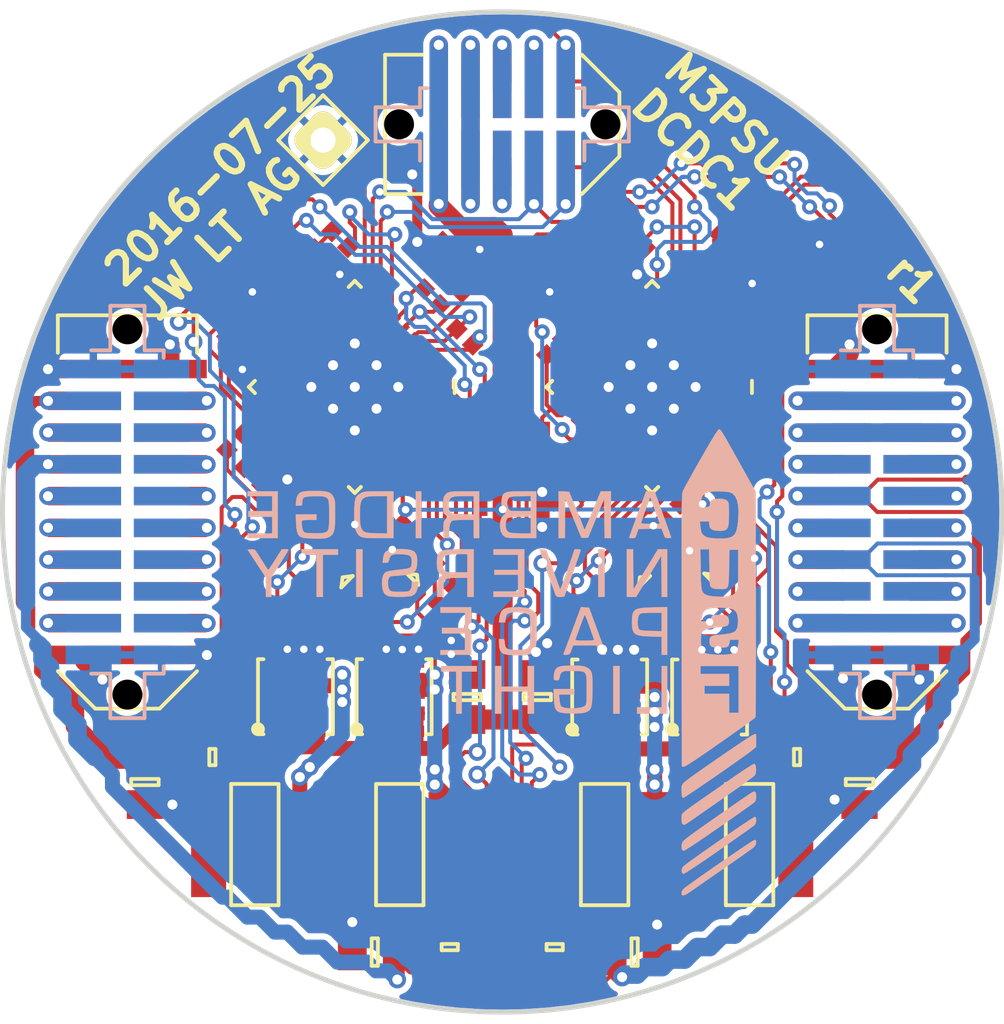
<source format=kicad_pcb>
(kicad_pcb (version 20221018) (generator pcbnew)
  (title_block (title "M3PSU - DC/DC Converter Board 2") (date "2016-06-28") (rev "1") (company "CU Spaceflight") (comment 1 "Drawn by: Levin Tan, Jamie Wood"))
  (layers (0 "F.Cu" signal) (31 "B.Cu" signal) (34 "B.Paste" user) (35 "F.Paste" user) (36 "B.SilkS" user "B.Silkscreen") (37 "F.SilkS" user "F.Silkscreen") (38 "B.Mask" user) (39 "F.Mask" user) (44 "Edge.Cuts" user))
  (net 0 "")
  (net 1 "GND")
  (net 2 "Net-(C2-Pad1)")
  (net 3 "Net-(C2-Pad2)")
  (net 4 "Net-(C3-Pad1)")
  (net 5 "Net-(C3-Pad2)")
  (net 6 "Net-(C13-Pad1)")
  (net 7 "Net-(C6-Pad1)")
  (net 8 "Net-(C6-Pad2)")
  (net 9 "VCC")
  (net 10 "Net-(C8-Pad1)")
  (net 11 "Net-(C8-Pad2)")
  (net 12 "Net-(C12-Pad1)")
  (net 13 "Net-(C10-Pad1)")
  (net 14 "Net-(C11-Pad1)")
  (net 15 "Net-(C11-Pad2)")
  (net 16 "Net-(C12-Pad2)")
  (net 17 "Net-(C14-Pad1)")
  (net 18 "Net-(C17-Pad1)")
  (net 19 "Net-(C17-Pad2)")
  (net 20 "Net-(C18-Pad1)")
  (net 21 "Net-(C18-Pad2)")
  (net 22 "Net-(C19-Pad1)")
  (net 23 "Net-(C21-Pad1)")
  (net 24 "Net-(C21-Pad2)")
  (net 25 "Net-(C23-Pad1)")
  (net 26 "Net-(C23-Pad2)")
  (net 27 "Net-(C24-Pad1)")
  (net 28 "Net-(C25-Pad1)")
  (net 29 "Net-(C26-Pad1)")
  (net 30 "Net-(C26-Pad2)")
  (net 31 "Net-(C27-Pad2)")
  (net 32 "Net-(C29-Pad1)")
  (net 33 "Net-(IC1-Pad8)")
  (net 34 "Net-(IC1-Pad12)")
  (net 35 "Net-(IC1-Pad14)")
  (net 36 "Net-(IC1-Pad16)")
  (net 37 "Net-(IC1-Pad30)")
  (net 38 "Net-(IC1-Pad32)")
  (net 39 "Net-(IC1-Pad36)")
  (net 40 "Net-(IC1-Pad38)")
  (net 41 "Net-(IC2-Pad8)")
  (net 42 "Net-(IC2-Pad12)")
  (net 43 "Net-(IC2-Pad14)")
  (net 44 "Net-(IC2-Pad16)")
  (net 45 "Net-(IC2-Pad30)")
  (net 46 "Net-(IC2-Pad32)")
  (net 47 "Net-(IC2-Pad36)")
  (net 48 "Net-(IC2-Pad38)")
  (net 49 "/JTMS")
  (net 50 "/3v3_RADIO")
  (net 51 "/JTCK")
  (net 52 "/3v3_FC")
  (net 53 "/3v3_PYRO")
  (net 54 "/JTDR")
  (net 55 "/3v3_DL")
  (net 56 "/RSVD1")
  (net 57 "/3v3_AUX1")
  (net 58 "/3v3_AUX2")
  (net 59 "/CAN-")
  (net 60 "/RSVD2")
  (net 61 "/CAN+")
  (net 62 "/JTDI")
  (net 63 "/VBATT")
  (net 64 "3v3")
  (net 65 "/BATT1")
  (net 66 "/BATT2")
  (net 67 "/PYRO_SO")
  (net 68 "/PYRO_SI")
  (net 69 "/5v_RADIO")
  (net 70 "/PYRO1")
  (net 71 "/PYRO2")
  (net 72 "/PYRO3")
  (net 73 "/5v_AUX2")
  (net 74 "/PYRO4")
  (net 75 "/5v_CAM")
  (net 76 "/PWR")
  (net 77 "/CHARGE")
  (net 78 "Net-(L1-Pad1)")
  (net 79 "Net-(L2-Pad2)")
  (net 80 "Net-(L3-Pad1)")
  (net 81 "Net-(L4-Pad2)")
  (net 82 "/5v_IMU")
  (net 83 "/5v_AUX1")
  (net 84 "/3v3_IMU")
  (net 85 "/5v_CAN")
  (net 86 "/SDA")
  (net 87 "/SCL")
  (net 88 "/~{ALERT}")
  (net 89 "Net-(IC1-Pad17)")
  (net 90 "Net-(IC1-Pad18)")
  (net 91 "Net-(IC1-Pad19)")
  (net 92 "Net-(IC1-Pad20)")
  (net 93 "Net-(IC1-Pad21)")
  (net 94 "Net-(IC1-Pad24)")
  (net 95 "Net-(IC2-Pad17)")
  (net 96 "Net-(IC2-Pad18)")
  (net 97 "Net-(IC2-Pad19)")
  (net 98 "Net-(IC2-Pad20)")
  (net 99 "Net-(IC2-Pad21)")
  (net 100 "Net-(IC2-Pad24)")
  (footprint "agg:0805" (layer "F.Cu") (at 114.3 110.8 -90)
    (fp_text reference "C1")
    (fp_text value "22µ")
  )
  (footprint "agg:0402" (layer "F.Cu") (at 109.6 103.3 -135)
    (fp_text reference "C2")
    (fp_text value "100n")
  )
  (footprint "agg:0402" (layer "F.Cu") (at 111.3 90.1 -45)
    (fp_text reference "C3")
    (fp_text value "4n7")
  )
  (footprint "agg:0402" (layer "F.Cu") (at 110.6 90.8 -45)
    (fp_text reference "C5")
    (fp_text value "220p")
  )
  (footprint "agg:0402" (layer "F.Cu") (at 108.8 91.1 135)
    (fp_text reference "C6")
    (fp_text value "47p")
  )
  (footprint "agg:0805" (layer "F.Cu") (at 101.4 107.4 90)
    (fp_text reference "C7")
    (fp_text value "22µ")
  )
  (footprint "agg:0402" (layer "F.Cu") (at 110.25 92.55 135)
    (fp_text reference "C8")
    (fp_text value "47p")
  )
  (footprint "agg:0402" (layer "F.Cu") (at 102.65 98.1 -135)
    (fp_text reference "C9")
    (fp_text value "220p")
  )
  (footprint "agg:0402" (layer "F.Cu") (at 101.6 97.15 -90)
    (fp_text reference "C10")
    (fp_text value "1µ")
  )
  (footprint "agg:0402" (layer "F.Cu") (at 104.3 103.3 135)
    (fp_text reference "C11")
    (fp_text value "100n")
  )
  (footprint "agg:0402" (layer "F.Cu") (at 103.5 98.95 -135)
    (fp_text reference "C12")
    (fp_text value "4n7")
  )
  (footprint "agg:0402" (layer "F.Cu") (at 106.8 100 -135)
    (fp_text reference "C13")
    (fp_text value "100n")
  )
  (footprint "agg:0402" (layer "F.Cu") (at 104.7 89.8 -45)
    (fp_text reference "C14")
    (fp_text value "1µ")
  )
  (footprint "agg:0805" (layer "F.Cu") (at 105.3 117.6)
    (fp_text reference "C15")
    (fp_text value "22µ")
  )
  (footprint "agg:0805" (layer "F.Cu") (at 94.9 117.6 180)
    (fp_text reference "C16")
    (fp_text value "22µ")
  )
  (footprint "agg:0402" (layer "F.Cu") (at 97.7 103.3 -135)
    (fp_text reference "C17")
    (fp_text value "100n")
  )
  (footprint "agg:0402" (layer "F.Cu") (at 98 90.2 -135)
    (fp_text reference "C18")
    (fp_text value "4n7")
  )
  (footprint "agg:0402" (layer "F.Cu") (at 98.7 90.9 -135)
    (fp_text reference "C20")
    (fp_text value "220p")
  )
  (footprint "agg:0402" (layer "F.Cu") (at 97.2 91.4 135)
    (fp_text reference "C21")
    (fp_text value "47p")
  )
  (footprint "agg:0805" (layer "F.Cu") (at 98.6 107.4 90)
    (fp_text reference "C22")
    (fp_text value "22µ")
  )
  (footprint "agg:0402" (layer "F.Cu") (at 98.5 93 135)
    (fp_text reference "C23")
    (fp_text value "47p")
  )
  (footprint "agg:0402" (layer "F.Cu") (at 89.3 97.2 -135)
    (fp_text reference "C24")
    (fp_text value "220p")
  )
  (footprint "agg:0402" (layer "F.Cu") (at 89.3 93.3 -45)
    (fp_text reference "C25")
    (fp_text value "1µ")
  )
  (footprint "agg:0402" (layer "F.Cu") (at 92.4 103.3 135)
    (fp_text reference "C26")
    (fp_text value "100n")
  )
  (footprint "agg:0402" (layer "F.Cu") (at 90 97.9 -135)
    (fp_text reference "C27")
    (fp_text value "4n7")
  )
  (footprint "agg:0402" (layer "F.Cu") (at 94.9 100 -135)
    (fp_text reference "C28")
    (fp_text value "100n")
  )
  (footprint "agg:0402" (layer "F.Cu") (at 92.8 89.8 -45)
    (fp_text reference "C29")
    (fp_text value "1µ")
  )
  (footprint "agg:0805" (layer "F.Cu") (at 85.7 110.8 -90)
    (fp_text reference "C30")
    (fp_text value "22µ")
  )
  (footprint "agg:0603-LED" (layer "F.Cu") (at 108.4 102.6 -135)
    (fp_text reference "D1")
    (fp_text value "SCHOTTKY")
  )
  (footprint "agg:0603-LED" (layer "F.Cu") (at 105.6 102.7 -45)
    (fp_text reference "D2")
    (fp_text value "SCHOTTKY")
  )
  (footprint "agg:0603-LED" (layer "F.Cu") (at 96.5 102.6 -135)
    (fp_text reference "D3")
    (fp_text value "SCHOTTKY")
  )
  (footprint "agg:0603-LED" (layer "F.Cu") (at 93.7 102.7 -45)
    (fp_text reference "D4")
    (fp_text value "SCHOTTKY")
  )
  (footprint "agg:QFN-40-EP-LTC-UJ" (layer "F.Cu") (at 106 95 -135)
    (fp_text reference "IC1")
    (fp_text value "LTC3887")
  )
  (footprint "agg:QFN-40-EP-LTC-UJ" (layer "F.Cu") (at 94.1 95 -135)
    (fp_text reference "IC2")
    (fp_text value "LTC3887")
  )
  (footprint "agg:TFML-110-02-L-D" (layer "F.Cu") (at 85 100 -90)
    (fp_text reference "J1")
    (fp_text value "WEST TOP")
  )
  (footprint "agg:TFML-110-02-L-D" (layer "F.Cu") (at 115 100 -90)
    (fp_text reference "J4")
    (fp_text value "EAST TOP")
  )
  (footprint "agg:TYS5040" (layer "F.Cu") (at 109.9 113.3 180)
    (fp_text reference "L1")
    (fp_text value "10µ")
  )
  (footprint "agg:TYS5040" (layer "F.Cu") (at 104.1 113.3 180)
    (fp_text reference "L2")
    (fp_text value "10µ")
  )
  (footprint "agg:TYS5040" (layer "F.Cu") (at 95.9 113.3)
    (fp_text reference "L3")
    (fp_text value "10µ")
  )
  (footprint "agg:TYS5040" (layer "F.Cu") (at 90.1 113.3 180)
    (fp_text reference "L4")
    (fp_text value "10µ")
  )
  (footprint "agg:PowerPair3x3" (layer "F.Cu") (at 108.3 107.4)
    (fp_text reference "Q1")
    (fp_text value "SiZ340DT")
  )
  (footprint "agg:PowerPair3x3" (layer "F.Cu") (at 104.3 107.4)
    (fp_text reference "Q2")
    (fp_text value "SiZ340DT")
  )
  (footprint "agg:PowerPair3x3" (layer "F.Cu") (at 95.675 107.386)
    (fp_text reference "Q3")
    (fp_text value "SiZ340DT")
  )
  (footprint "agg:PowerPair3x3" (layer "F.Cu") (at 91.725 107.386)
    (fp_text reference "Q4")
    (fp_text value "SiZ340DT")
  )
  (footprint "agg:0603" (layer "F.Cu") (at 111.8 109.8 180)
    (fp_text reference "R1")
    (fp_text value "50m")
  )
  (footprint "agg:0402" (layer "F.Cu") (at 103.3 91.2 -45)
    (fp_text reference "R2")
    (fp_text value "10k")
  )
  (footprint "agg:0402" (layer "F.Cu") (at 109.018198 88.581802 -135)
    (fp_text reference "R3")
    (fp_text value "100")
  )
  (footprint "agg:0402" (layer "F.Cu") (at 112 89.4 135)
    (fp_text reference "R4")
    (fp_text value "4k99")
  )
  (footprint "agg:0402" (layer "F.Cu") (at 109.718198 89.281802 -135)
    (fp_text reference "R6")
    (fp_text value "100")
  )
  (footprint "agg:0402" (layer "F.Cu") (at 102.1 93.4 -135)
    (fp_text reference "R8")
    (fp_text value "24k9")
  )
  (footprint "agg:0402" (layer "F.Cu") (at 114.1 90.7 45)
    (fp_text reference "R9")
    (fp_text value "100")
  )
  (footprint "agg:0402" (layer "F.Cu") (at 102.6 91.9 135)
    (fp_text reference "R10")
    (fp_text value "5k76")
  )
  (footprint "agg:0402" (layer "F.Cu") (at 113.4 90 45)
    (fp_text reference "R11")
    (fp_text value "100")
  )
  (footprint "agg:0402" (layer "F.Cu") (at 102.381802 99.881802 135)
    (fp_text reference "R12")
    (fp_text value "4k99")
  )
  (footprint "agg:0603" (layer "F.Cu") (at 102.1 117.4 -90)
    (fp_text reference "R13")
    (fp_text value "50m")
  )
  (footprint "agg:0603" (layer "F.Cu") (at 97.9 117.4 90)
    (fp_text reference "R14")
    (fp_text value "50m")
  )
  (footprint "agg:0402" (layer "F.Cu") (at 91.4 91.2 -45)
    (fp_text reference "R15")
    (fp_text value "10k")
  )
  (footprint "agg:0402" (layer "F.Cu") (at 98.7 97.5 90)
    (fp_text reference "R16")
    (fp_text value "100")
  )
  (footprint "agg:0402" (layer "F.Cu") (at 97.3 89.5 45)
    (fp_text reference "R17")
    (fp_text value "4k99")
  )
  (footprint "agg:0402" (layer "F.Cu") (at 99.1 99.4 90)
    (fp_text reference "R19")
    (fp_text value "100")
  )
  (footprint "agg:0402" (layer "F.Cu") (at 90 92.6 135)
    (fp_text reference "R21")
    (fp_text value "24k9")
  )
  (footprint "agg:0402" (layer "F.Cu") (at 90.3 88.6 -135)
    (fp_text reference "R22")
    (fp_text value "100")
  )
  (footprint "agg:0402" (layer "F.Cu") (at 90.7 91.9 135)
    (fp_text reference "R23")
    (fp_text value "7k32")
  )
  (footprint "agg:0402" (layer "F.Cu") (at 91 89.3 -135)
    (fp_text reference "R24")
    (fp_text value "100")
  )
  (footprint "agg:0402" (layer "F.Cu") (at 90.7 98.6 45)
    (fp_text reference "R25")
    (fp_text value "4k99")
  )
  (footprint "agg:0603" (layer "F.Cu") (at 88.4 109.8 180)
    (fp_text reference "R26")
    (fp_text value "50m")
  )
  (footprint "agg:0402" (layer "F.Cu") (at 93.5 89.1 -45)
    (fp_text reference "R7")
    (fp_text value "4k99")
  )
  (footprint "agg:0402" (layer "F.Cu") (at 105.4 89.1 -45)
    (fp_text reference "R5")
    (fp_text value "4k99")
  )
  (footprint "agg:TFML-105-02-L-D" (layer "F.Cu") (at 100 84.5)
    (fp_text reference "J3")
    (fp_text value "NORTH TOP")
  )
  (footprint "agg:0402" (layer "F.Cu") (at 95.7 100.8 -135)
    (fp_text reference "C31")
    (fp_text value "100n")
  )
  (footprint "agg:0402" (layer "F.Cu") (at 107.6 100.8 -135)
    (fp_text reference "C32")
    (fp_text value "100n")
  )
  (footprint "agg:0402" (layer "F.Cu") (at 104 90.5 135)
    (fp_text reference "R18")
    (fp_text value "10k")
  )
  (footprint "agg:0402" (layer "F.Cu") (at 92.1 90.5 135)
    (fp_text reference "R20")
    (fp_text value "10k")
  )
  (footprint "agg:0402" (layer "F.Cu") (at 94.3 101.4 135)
    (fp_text reference "C19")
    (fp_text value "4µ7")
  )
  (footprint "agg:0402" (layer "F.Cu") (at 106.2 101.4 135)
    (fp_text reference "C4")
    (fp_text value "4µ7")
  )
  (footprint "agg:SIL-254P-01" (layer "F.Cu") (at 92.83 85.13 45)
    (fp_text reference "REF**")
    (fp_text value "SIL-254P-01")
  )
  (footprint "agg:SFML-110-02-L-D-LC" (layer "B.Cu") (at 85 100 -90)
    (fp_text reference "J2")
    (fp_text value "WEST BOT")
  )
  (footprint "agg:SFML-110-02-L-D-LC" (layer "B.Cu") (at 115 100 -90)
    (fp_text reference "J5")
    (fp_text value "EAST BOT")
  )
  (footprint "agg:SFML-105-02-L-D-LC" (layer "B.Cu") (at 100 84.5)
    (fp_text reference "J6")
    (fp_text value "NORTH BOT")
  )
  (footprint "m3psu:cusf_logo_full" (layer "B.Cu") (at 100 106 180)
    (fp_text reference "G***" hide)
    (fp_text value "LOGO" hide)
  )
  (gr_circle (center 100 100) (end 120 100) (stroke (width 0.2)) (fill none) (layer "Edge.Cuts"))
  (gr_text "2016-07-25\nJW LT AG" (at 85 91.4 45) (layer "F.SilkS") (effects (font (size 1.2 1.2) (thickness 0.25)) (justify left)))
  (gr_text "r1" (at 116.38 90.68 315) (layer "F.SilkS") (effects (font (size 1.2 1.2) (thickness 0.25))))
  (gr_text "M3PSU\nDCDC1" (at 108.31 84.83 315) (layer "F.SilkS") (effects (font (size 1.2 1.2) (thickness 0.25))))
  (segment (start 104.833274 97.934493) (end 106 96.767767) (width 0.16) (layer "F.Cu") (net 1))
  (segment (start 99.018198 89.581802) (end 99.1 89.5) (width 0.16) (layer "F.Cu") (net 1))
  (segment (start 88.981802 98.29603) (end 90.282386 99.596614) (width 0.16) (layer "F.Cu") (net 1))
  (segment (start 95.62028 97.58094) (end 94.1 96.06066) (width 0.16) (layer "F.Cu") (net 1))
  (segment (start 105.275 106.014) (end 105.275 105.515) (width 0.4) (layer "F.Cu") (net 1))
  (segment (start 103.065507 96.166726) (end 104.232233 95) (width 0.16) (layer "F.Cu") (net 1))
  (segment (start 105.881802 100.918198) (end 106.1 100.7) (width 0.16) (layer "F.Cu") (net 1))
  (segment (start 86.715 105.715) (end 88.175 105.715) (width 0.4) (layer "F.Cu") (net 1))
  (segment (start 105.275 105.515) (end 105.28 105.51) (width 0.4) (layer "F.Cu") (net 1))
  (segment (start 102.331802 98.418198) (end 102.063604 98.686396) (width 0.6) (layer "F.Cu") (net 1))
  (segment (start 118.18 94.29) (end 116.72 94.29) (width 0.74) (layer "F.Cu") (net 1))
  (segment (start 107.281802 101.118198) (end 107.281802 101.331802) (width 0.16) (layer "F.Cu") (net 1))
  (segment (start 101.6 97.6) (end 101.6 97.686396) (width 0.16) (layer "F.Cu") (net 1))
  (segment (start 86.715 93.315) (end 86.7 93.3) (width 0.74) (layer "F.Cu") (net 1))
  (segment (start 94 117.6) (end 94 116.4) (width 0.6) (layer "F.Cu") (net 1))
  (segment (start 91.165507 96.166726) (end 92.332233 95) (width 0.16) (layer "F.Cu") (net 1))
  (segment (start 109.288047 94.186827) (end 108.474874 95) (width 0.16) (layer "F.Cu") (net 1))
  (segment (start 110.281802 90.481802) (end 110.281802 90.584012) (width 0.16) (layer "F.Cu") (net 1))
  (segment (start 92.05 106) (end 92.05 105.5) (width 0.4) (layer "F.Cu") (net 1))
  (segment (start 96.574874 95) (end 94.1 95) (width 0.16) (layer "F.Cu") (net 1))
  (segment (start 103.975 106.014) (end 103.975 105.525) (width 0.4) (layer "F.Cu") (net 1))
  (segment (start 94.3 100.7) (end 94.1 100.5) (width 0.16) (layer "F.Cu") (net 1))
  (segment (start 90.282386 99.596614) (end 90.503386 99.596614) (width 0.16) (layer "F.Cu") (net 1))
  (segment (start 91.018198 98.281802) (end 91.018198 98.318198) (width 0.16) (layer "F.Cu") (net 1))
  (segment (start 112.318198 89.681802) (end 112.7 89.3) (width 0.16) (layer "F.Cu") (net 1))
  (segment (start 88.175 105.715) (end 88.18 105.72) (width 0.4) (layer "F.Cu") (net 1))
  (segment (start 101.6 99.2) (end 101.6 100.6) (width 0.6) (layer "F.Cu") (net 1))
  (segment (start 102.063604 98.736396) (end 101.6 99.2) (width 0.6) (layer "F.Cu") (net 1))
  (segment (start 83.28 94.29) (end 83.285 94.285) (width 0.4) (layer "F.Cu") (net 1))
  (segment (start 85.7 111.7) (end 86.8 111.7) (width 0.6) (layer "F.Cu") (net 1))
  (segment (start 101.4 105.65) (end 101.35 105.6) (width 0.6) (layer "F.Cu") (net 1))
  (segment (start 91.018198 98.318198) (end 91.4 98.7) (width 0.16) (layer "F.Cu") (net 1))
  (segment (start 99.018198 90.581802) (end 99.018198 89.581802) (width 0.16) (layer "F.Cu") (net 1))
  (segment (start 91.050001 99.049999) (end 91.4 98.7) (width 0.16) (layer "F.Cu") (net 1))
  (segment (start 86.715 94.285) (end 86.715 93.315) (width 0.74) (layer "F.Cu") (net 1))
  (segment (start 116.715 105.715) (end 116.715 106.685) (width 0.74) (layer "F.Cu") (net 1))
  (segment (start 105.881802 101.081802) (end 105.881802 100.918198) (width 0.16) (layer "F.Cu") (net 1))
  (segment (start 109.275 105.515) (end 109.28 105.51) (width 0.4) (layer "F.Cu") (net 1))
  (segment (start 113.285 94.285) (end 116.715 94.285) (width 0.74) (layer "F.Cu") (net 1))
  (segment (start 107.281802 101.331802) (end 107.5 101.55) (width 0.16) (layer "F.Cu") (net 1))
  (segment (start 101.8 105.25) (end 101.8 106.1) (width 0.6) (layer "F.Cu") (net 1))
  (segment (start 102.063604 98.686396) (end 102.063604 99.563604) (width 0.6) (layer "F.Cu") (net 1))
  (segment (start 90.503386 99.596614) (end 91.050001 99.049999) (width 0.16) (layer "F.Cu") (net 1))
  (segment (start 101.8 106.1) (end 101.4 106.5) (width 0.6) (layer "F.Cu") (net 1))
  (segment (start 91.4 106) (end 91.4 105.49) (width 0.4) (layer "F.Cu") (net 1))
  (segment (start 96.6 86.7) (end 96.4 86.5) (width 0.4) (layer "F.Cu") (net 1))
  (segment (start 113.5 111.7) (end 113.3 111.5) (width 0.6) (layer "F.Cu") (net 1))
  (segment (start 89.618198 94.281802) (end 89.6 94.3) (width 0.16) (layer "F.Cu") (net 1))
  (segment (start 96.881802 90.018198) (end 96.85646 90.018198) (width 0.16) (layer "F.Cu") (net 1))
  (segment (start 89.618198 93.618198) (end 89.618198 94.281802) (width 0.16) (layer "F.Cu") (net 1))
  (segment (start 96.6 89.2) (end 96.6 86.7) (width 0.4) (layer "F.Cu") (net 1))
  (segment (start 106.1 100.7) (end 106.1 100.6) (width 0.16) (layer "F.Cu") (net 1))
  (segment (start 93.118198 90.118198) (end 93.5 90.5) (width 0.16) (layer "F.Cu") (net 1))
  (segment (start 94.363604 100.7) (end 94.3 100.7) (width 0.16) (layer "F.Cu") (net 1))
  (segment (start 108.625 105.515) (end 108.63 105.51) (width 0.4) (layer "F.Cu") (net 1))
  (segment (start 106.2 117.6) (end 106.2 116.5) (width 0.6) (layer "F.Cu") (net 1))
  (segment (start 104.625 106.014) (end 104.625 105.515) (width 0.4) (layer "F.Cu") (net 1))
  (segment (start 116.715 106.685) (end 116.7 106.7) (width 0.74) (layer "F.Cu") (net 1))
  (segment (start 92.05 105.5) (end 92.06 105.49) (width 0.4) (layer "F.Cu") (net 1))
  (segment (start 83.285 105.715) (end 86.715 105.715) (width 0.74) (layer "F.Cu") (net 1))
  (segment (start 104.625 105.515) (end 104.63 105.51) (width 0.4) (layer "F.Cu") (net 1))
  (segment (start 94.1 96.06066) (end 94.1 95) (width 0.16) (layer "F.Cu") (net 1))
  (segment (start 114.3 111.7) (end 113.5 111.7) (width 0.6) (layer "F.Cu") (net 1))
  (segment (start 96.981802 89.818198) (end 96.881802 89.818198) (width 0.16) (layer "F.Cu") (net 1))
  (segment (start 107.52028 97.58094) (end 106.678823 96.739483) (width 0.16) (layer "F.Cu") (net 1))
  (segment (start 90.381802 91.581802) (end 90 91.2) (width 0.16) (layer "F.Cu") (net 1))
  (segment (start 96.981802 89.818198) (end 96.981802 89.581802) (width 0.4) (layer "F.Cu") (net 1))
  (segment (start 105.018198 90.118198) (end 105.4 90.5) (width 0.16) (layer "F.Cu") (net 1))
  (segment (start 89.618198 93.618198) (end 89.618198 93.881802) (width 0.16) (layer "F.Cu") (net 1))
  (segment (start 96 106) (end 96 105.5) (width 0.4) (layer "F.Cu") (net 1))
  (segment (start 92.7 106) (end 92.7 105.49) (width 0.4) (layer "F.Cu") (net 1))
  (segment (start 88.981802 97.518198) (end 88.981802 98.29603) (width 0.16) (layer "F.Cu") (net 1))
  (segment (start 97.96 105.69) (end 97.96 105.14) (width 0.4) (layer "F.Cu") (net 1))
  (segment (start 101.6 97.686396) (end 102.331802 98.418198) (width 0.16) (layer "F.Cu") (net 1))
  (segment (start 113.9 93.3) (end 113.9 93.67) (width 0.74) (layer "F.Cu") (net 1))
  (segment (start 94.581802 100.481802) (end 94.363604 100.7) (width 0.16) (layer "F.Cu") (net 1))
  (segment (start 104.232233 95) (end 106 95) (width 0.16) (layer "F.Cu") (net 1))
  (segment (start 101.4 105.65) (end 101.8 105.25) (width 0.6) (layer "F.Cu") (net 1))
  (segment (start 106.1 100.7) (end 106.481802 100.318198) (width 0.16) (layer "F.Cu") (net 1))
  (segment (start 109.6416 95.459619) (end 109.181981 95) (width 0.16) (layer "F.Cu") (net 1))
  (segment (start 97.7416 95.459619) (end 97.281981 95) (width 0.16) (layer "F.Cu") (net 1))
  (segment (start 81.82 94.29) (end 83.28 94.29) (width 0.4) (layer "F.Cu") (net 1))
  (segment (start 95.381802 101.281802) (end 95.6 101.5) (width 0.16) (layer "F.Cu") (net 1))
  (segment (start 102.281802 91.581802) (end 101.9 91.2) (width 0.16) (layer "F.Cu") (net 1))
  (segment (start 94.363604 100.7) (end 93.981802 101.081802) (width 0.16) (layer "F.Cu") (net 1))
  (segment (start 96.981802 89.581802) (end 96.6 89.2) (width 0.4) (layer "F.Cu") (net 1))
  (segment (start 109.275 106.014) (end 109.275 105.515) (width 0.4) (layer "F.Cu") (net 1))
  (segment (start 94.1 96.767767) (end 94.1 95) (width 0.16) (layer "F.Cu") (net 1))
  (segment (start 98.6 106.33) (end 97.96 105.69) (width 0.4) (layer "F.Cu") (net 1))
  (segment (start 95.35 106) (end 95.35 105.5) (width 0.4) (layer "F.Cu") (net 1))
  (segment (start 95.35 105.5) (end 95.36 105.49) (width 0.4) (layer "F.Cu") (net 1))
  (segment (start 106 96.767767) (end 106 95) (width 0.16) (layer "F.Cu") (net 1))
  (segment (start 95.381802 101.118198) (end 95.381802 101.281802) (width 0.16) (layer "F.Cu") (net 1))
  (segment (start 97.281981 95) (end 94.1 95) (width 0.16) (layer "F.Cu") (net 1))
  (segment (start 83.285 105.715) (end 83.285 105.985) (width 0.74) (layer "F.Cu") (net 1))
  (segment (start 107.975 105.525) (end 107.99 105.51) (width 0.4) (layer "F.Cu") (net 1))
  (segment (start 113.285 105.715) (end 116.715 105.715) (width 0.74) (layer "F.Cu") (net 1))
  (segment (start 113.9 93.67) (end 113.285 94.285) (width 0.74) (layer "F.Cu") (net 1))
  (segment (start 112.318198 89.718198) (end 112.318198 89.681802) (width 0.16) (layer "F.Cu") (net 1))
  (segment (start 103.975 105.525) (end 104 105.5) (width 0.4) (layer "F.Cu") (net 1))
  (segment (start 96.65 106) (end 96.65 105.49) (width 0.4) (layer "F.Cu") (net 1))
  (segment (start 83.285 105.985) (end 84 106.7) (width 0.74) (layer "F.Cu") (net 1))
  (segment (start 102.063604 98.686396) (end 102.063604 98.736396) (width 0.6) (layer "F.Cu") (net 1))
  (segment (start 93.981802 101.081802) (end 93.981802 101.118198) (width 0.16) (layer "F.Cu") (net 1))
  (segment (start 92.933274 97.934493) (end 94.1 96.767767) (width 0.16) (layer "F.Cu") (net 1))
  (segment (start 83.285 94.285) (end 86.715 94.285) (width 0.74) (layer "F.Cu") (net 1))
  (segment (start 113.64 106.07) (end 113.285 105.715) (width 0.6) (layer "F.Cu") (net 1))
  (segment (start 95.381802 101.118198) (end 95.418198 101.118198) (width 0.16) (layer "F.Cu") (net 1))
  (segment (start 93.118198 90.118198) (end 93.118198 90.081802) (width 0.16) (layer "F.Cu") (net 1))
  (segment (start 107.975 106.014) (end 107.975 105.525) (width 0.4) (layer "F.Cu") (net 1))
  (segment (start 108.625 106.014) (end 108.625 105.515) (width 0.4) (layer "F.Cu") (net 1))
  (segment (start 106.678823 96.739483) (end 106 96.739483) (width 0.16) (layer "F.Cu") (net 1))
  (segment (start 110.281802 90.584012) (end 110.0035 90.862314) (width 0.16) (layer "F.Cu") (net 1))
  (segment (start 97.388047 94.186827) (end 96.574874 95) (width 0.16) (layer "F.Cu") (net 1))
  (segment (start 106.1 100.6) (end 106.05 100.55) (width 0.16) (layer "F.Cu") (net 1))
  (segment (start 98.6 106.5) (end 98.6 106.33) (width 0.4) (layer "F.Cu") (net 1))
  (segment (start 116.72 94.29) (end 116.715 94.285) (width 0.74) (layer "F.Cu") (net 1))
  (segment (start 101.4 106.5) (end 101.4 105.65) (width 0.6) (layer "F.Cu") (net 1))
  (segment (start 109.181981 95) (end 106 95) (width 0.16) (layer "F.Cu") (net 1))
  (segment (start 113.64 106.66) (end 113.64 106.07) (width 0.6) (layer "F.Cu") (net 1))
  (segment (start 108.474874 95) (end 106 95) (width 0.16) (layer "F.Cu") (net 1))
  (segment (start 92.332233 95) (end 94.1 95) (width 0.16) (layer "F.Cu") (net 1))
  (via (at 95.36 105.49) (size 0.6) (drill 0.3) (layers "F.Cu" "B.Cu") (net 1))
  (via (at 108.63 105.51) (size 0.6) (drill 0.3) (layers "F.Cu" "B.Cu") (net 1))
  (via (at 97.96 105.14) (size 0.6) (drill 0.3) (layers "F.Cu" "B.Cu") (net 1))
  (via (at 113.64 106.66) (size 0.7) (drill 0.4) (layers "F.Cu" "B.Cu") (net 1))
  (via (at 110.0035 90.862314) (size 0.6) (drill 0.3) (layers "F.Cu" "B.Cu") (net 1))
  (via (at 109.28 105.51) (size 0.6) (drill 0.3) (layers "F.Cu" "B.Cu") (net 1))
  (via (at 89.6 94.3) (size 0.6) (drill 0.3) (layers "F.Cu" "B.Cu") (net 1))
  (via (at 99.1 89.5) (size 0.6) (drill 0.3) (layers "F.Cu" "B.Cu") (net 1))
  (via (at 96.6 89.2) (size 0.7) (drill 0.4) (layers "F.Cu" "B.Cu") (net 1))
  (via (at 88.18 105.72) (size 0.7) (drill 0.4) (layers "F.Cu" "B.Cu") (net 1))
  (via (at 94 116.4) (size 0.7) (drill 0.4) (layers "F.Cu" "B.Cu") (net 1))
  (via (at 118.18 94.29) (size 0.7) (drill 0.4) (layers "F.Cu" "B.Cu") (net 1))
  (via (at 104.63 105.51) (size 0.7) (drill 0.4) (layers "F.Cu" "B.Cu") (net 1))
  (via (at 106.2 116.5) (size 0.7) (drill 0.4) (layers "F.Cu" "B.Cu") (net 1))
  (via (at 107.99 105.51) (size 0.6) (drill 0.3) (layers "F.Cu" "B.Cu") (net 1))
  (via (at 93.5 90.5) (size 0.6) (drill 0.3) (layers "F.Cu" "B.Cu") (net 1))
  (via (at 101.8 105.25) (size 0.7) (drill 0.4) (layers "F.Cu" "B.Cu") (net 1))
  (via (at 90 91.2) (size 0.6) (drill 0.3) (layers "F.Cu" "B.Cu") (net 1))
  (via (at 91.4 105.49) (size 0.6) (drill 0.3) (layers "F.Cu" "B.Cu") (net 1))
  (via (at 101.6 100.6) (size 0.7) (drill 0.4) (layers "F.Cu" "B.Cu") (net 1))
  (via (at 105.28 105.51) (size 0.7) (drill 0.4) (layers "F.Cu" "B.Cu") (net 1))
  (via (at 81.82 94.29) (size 0.7) (drill 0.4) (layers "F.Cu" "B.Cu") (net 1))
  (via (at 96.4 86.5) (size 0.7) (drill 0.4) (layers "F.Cu" "B.Cu") (net 1))
  (via (at 96.65 105.49) (size 0.6) (drill 0.3) (layers "F.Cu" "B.Cu") (net 1))
  (via (at 116.7 106.7) (size 0.7) (drill 0.4) (layers "F.Cu" "B.Cu") (net 1))
  (via (at 84 106.7) (size 0.7) (drill 0.4) (layers "F.Cu" "B.Cu") (net 1))
  (via (at 86.7 93.3) (size 0.7) (drill 0.4) (layers "F.Cu" "B.Cu") (net 1))
  (via (at 113.9 93.3) (size 0.7) (drill 0.4) (layers "F.Cu" "B.Cu") (net 1))
  (via (at 95.6 101.5) (size 0.6) (drill 0.3) (layers "F.Cu" "B.Cu") (net 1))
  (via (at 96 105.5) (size 0.6) (drill 0.3) (layers "F.Cu" "B.Cu") (net 1))
  (via (at 97.96 105.69) (size 0.6) (drill 0.3) (layers "F.Cu" "B.Cu") (net 1))
  (via (at 107.5 101.55) (size 0.6) (drill 0.3) (layers "F.Cu" "B.Cu") (net 1))
  (via (at 101.35 105.6) (size 0.7) (drill 0.4) (layers "F.Cu" "B.Cu") (net 1))
  (via (at 92.7 105.49) (size 0.6) (drill 0.3) (layers "F.Cu" "B.Cu") (net 1))
  (via (at 106.05 100.55) (size 0.6) (drill 0.3) (layers "F.Cu" "B.Cu") (net 1))
  (via (at 104 105.5) (size 0.7) (drill 0.4) (layers "F.Cu" "B.Cu") (net 1))
  (via (at 105.4 90.5) (size 0.7) (drill 0.4) (layers "F.Cu" "B.Cu") (net 1))
  (via (at 86.8 111.7) (size 0.7) (drill 0.4) (layers "F.Cu" "B.Cu") (net 1))
  (via (at 101.9 91.2) (size 0.6) (drill 0.3) (layers "F.Cu" "B.Cu") (net 1))
  (via (at 113.3 111.5) (size 0.7) (drill 0.4) (layers "F.Cu" "B.Cu") (net 1))
  (via (at 92.06 105.49) (size 0.6) (drill 0.3) (layers "F.Cu" "B.Cu") (net 1))
  (via (at 94.1 100.5) (size 0.6) (drill 0.3) (layers "F.Cu" "B.Cu") (net 1))
  (via (at 112.7 89.3) (size 0.6) (drill 0.3) (layers "F.Cu" "B.Cu") (net 1))
  (via (at 101.6 99.2) (size 0.7) (drill 0.4) (layers "F.Cu" "B.Cu") (net 1))
  (via (at 91.4 98.7) (size 0.7) (drill 0.4) (layers "F.Cu" "B.Cu") (net 1))
  (segment (start 81.825 94.285) (end 81.82 94.29) (width 0.4) (layer "B.Cu") (net 1))
  (segment (start 88.18 105.72) (end 86.37 105.72) (width 0.7) (layer "B.Cu") (net 1))
  (segment (start 83.635 94.285) (end 81.825 94.285) (width 0.7) (layer "B.Cu") (net 1))
  (segment (start 113.635 105.715) (end 113.635 106.655) (width 0.74) (layer "B.Cu") (net 1))
  (segment (start 86.37 105.72) (end 86.365 105.715) (width 0.4) (layer "B.Cu") (net 1))
  (segment (start 113.635 106.655) (end 113.64 106.66) (width 0.74) (layer "B.Cu") (net 1))
  (segment (start 84 106.7) (end 84 106.08) (width 0.74) (layer "B.Cu") (net 1))
  (segment (start 116.365 94.285) (end 118.175 94.285) (width 0.74) (layer "B.Cu") (net 1))
  (segment (start 118.175 94.285) (end 118.18 94.29) (width 0.74) (layer "B.Cu") (net 1))
  (segment (start 116.37 105.72) (end 116.365 105.715) (width 0.74) (layer "B.Cu") (net 1))
  (segment (start 84 106.08) (end 83.635 105.715) (width 0.74) (layer "B.Cu") (net 1))
  (segment (start 83.63 105.72) (end 83.635 105.715) (width 0.4) (layer "B.Cu") (net 1))
  (segment (start 109.529002 106.966) (end 110.064999 107.501997) (width 0.6) (layer "F.Cu") (net 2))
  (segment (start 109.605705 100.556503) (end 110.640001 101.590799) (width 0.16) (layer "F.Cu") (net 2))
  (segment (start 110 103.063604) (end 109.918198 102.981802) (width 0.16) (layer "F.Cu") (net 2))
  (segment (start 110.064999 107.501997) (end 110.064999 109.885001) (width 0.6) (layer "F.Cu") (net 2))
  (segment (start 109.685 106.966) (end 110 106.651) (width 0.16) (layer "F.Cu") (net 2))
  (segment (start 110.640001 101.590799) (end 110.640001 102.259999) (width 0.16) (layer "F.Cu") (net 2))
  (segment (start 110 106.651) (end 110 103.063604) (width 0.16) (layer "F.Cu") (net 2))
  (segment (start 109.288047 95.813173) (end 109.606244 96.13137) (width 0.16) (layer "F.Cu") (net 2))
  (segment (start 108.05 111.9) (end 108.05 113.3) (width 0.6) (layer "F.Cu") (net 2))
  (segment (start 109.606244 96.13137) (end 109.606244 99.943756) (width 0.16) (layer "F.Cu") (net 2))
  (segment (start 108.3 106.966) (end 109.685 106.966) (width 0.16) (layer "F.Cu") (net 2))
  (segment (start 110.208111 102.691889) (end 109.918198 102.981802) (width 0.16) (layer "F.Cu") (net 2))
  (segment (start 110.640001 102.259999) (end 110.208111 102.691889) (width 0.16) (layer "F.Cu") (net 2))
  (segment (start 108.3 106.966) (end 109.529002 106.966) (width 0.6) (layer "F.Cu") (net 2))
  (segment (start 110.064999 109.885001) (end 108.05 111.9) (width 0.6) (layer "F.Cu") (net 2))
  (segment (start 109.606244 99.943756) (end 109.605705 99.944295) (width 0.16) (layer "F.Cu") (net 2))
  (segment (start 109.605705 99.944295) (end 109.605705 100.556503) (width 0.16) (layer "F.Cu") (net 2))
  (segment (start 108.965685 96.905025) (end 108.965685 102.034315) (width 0.16) (layer "F.Cu") (net 3))
  (segment (start 108.965685 102.034315) (end 109.239782 102.308412) (width 0.16) (layer "F.Cu") (net 3))
  (segment (start 109.239782 103.576178) (end 109.281802 103.618198) (width 0.16) (layer "F.Cu") (net 3))
  (segment (start 108.58094 96.52028) (end 108.965685 96.905025) (width 0.16) (layer "F.Cu") (net 3))
  (segment (start 109.239782 102.308412) (end 109.239782 103.576178) (width 0.16) (layer "F.Cu") (net 3))
  (segment (start 111.681802 89.081802) (end 110.981802 89.781802) (width 0.16) (layer "F.Cu") (net 4))
  (segment (start 109.961664 91.408111) (end 110.628285 91.408111) (width 0.16) (layer "F.Cu") (net 5))
  (segment (start 109.953553 91.4) (end 109.961664 91.408111) (width 0.16) (layer "F.Cu") (net 5))
  (segment (start 108.227386 93.126167) (end 109.953553 91.4) (width 0.16) (layer "F.Cu") (net 5))
  (segment (start 110.918198 91.118198) (end 111.618198 90.418198) (width 0.16) (layer "F.Cu") (net 5))
  (segment (start 110.628285 91.408111) (end 110.918198 91.118198) (width 0.16) (layer "F.Cu") (net 5))
  (segment (start 107.118198 99.681802) (end 107.408111 99.971715) (width 0.16) (layer "F.Cu") (net 6))
  (segment (start 107.1 102.33137) (end 106.165685 103.265685) (width 0.4) (layer "F.Cu") (net 6))
  (segment (start 106.560218 101.676178) (end 106.518198 101.718198) (width 0.16) (layer "F.Cu") (net 6))
  (segment (start 106.560218 101.039782) (end 106.560218 101.676178) (width 0.16) (layer "F.Cu") (net 6))
  (segment (start 107.166726 97.934493) (end 107.7 98.467767) (width 0.16) (layer "F.Cu") (net 6))
  (segment (start 107.7 99.1) (end 107.408111 99.391889) (width 0.16) (layer "F.Cu") (net 6))
  (segment (start 107.7 98.467767) (end 107.7 99.1) (width 0.16) (layer "F.Cu") (net 6))
  (segment (start 107.1 102.3) (end 107.834315 103.034315) (width 0.4) (layer "F.Cu") (net 6))
  (segment (start 107.408111 100.214057) (end 106.603386 101.018782) (width 0.16) (layer "F.Cu") (net 6))
  (segment (start 107.408111 99.971715) (end 107.408111 100.214057) (width 0.16) (layer "F.Cu") (net 6))
  (segment (start 106.581218 101.018782) (end 106.560218 101.039782) (width 0.16) (layer "F.Cu") (net 6))
  (segment (start 106.518198 101.718198) (end 107.1 102.3) (width 0.4) (layer "F.Cu") (net 6))
  (segment (start 107.834315 103.034315) (end 107.834315 103.165685) (width 0.16) (layer "F.Cu") (net 6))
  (segment (start 106.603386 101.018782) (end 106.581218 101.018782) (width 0.16) (layer "F.Cu") (net 6))
  (segment (start 107.1 102.3) (end 107.1 102.33137) (width 0.16) (layer "F.Cu") (net 6))
  (segment (start 107.408111 99.391889) (end 107.118198 99.681802) (width 0.16) (layer "F.Cu") (net 6))
  (segment (start 109.118198 91.528249) (end 109.118198 91.418198) (width 0.16) (layer "F.Cu") (net 7))
  (segment (start 107.873833 92.772614) (end 109.118198 91.528249) (width 0.16) (layer "F.Cu") (net 7))
  (segment (start 109.408111 91.128285) (end 109.408111 89.608111) (width 0.16) (layer "F.Cu") (net 7))
  (segment (start 109.408111 89.608111) (end 109.4 89.6) (width 0.16) (layer "F.Cu") (net 7))
  (segment (start 109.118198 91.418198) (end 109.408111 91.128285) (width 0.16) (layer "F.Cu") (net 7))
  (segment (start 108.481802 90.781802) (end 108.481802 89.118198) (width 0.16) (layer "F.Cu") (net 8))
  (segment (start 107.52028 92.41906) (end 108.4 91.53934) (width 0.16) (layer "F.Cu") (net 8))
  (segment (start 108.4 91.53934) (end 108.4 90.863604) (width 0.16) (layer "F.Cu") (net 8))
  (segment (start 108.481802 89.118198) (end 108.7 88.9) (width 0.16) (layer "F.Cu") (net 8))
  (segment (start 108.4 90.863604) (end 108.481802 90.781802) (width 0.16) (layer "F.Cu") (net 8))
  (segment (start 95.35 108.772) (end 95.35 109.407001) (width 0.4) (layer "F.Cu") (net 9))
  (segment (start 107.873833 97.227386) (end 108.19203 97.545583) (width 0.16) (layer "F.Cu") (net 9))
  (segment (start 103.975 108.786) (end 103.975 109.411) (width 0.4) (layer "F.Cu") (net 9))
  (segment (start 91.510001 109.389999) (end 91.435001 109.314999) (width 0.6) (layer "F.Cu") (net 9))
  (segment (start 100.016614 98.483386) (end 100.016614 99.9) (width 0.8) (layer "F.Cu") (net 9))
  (segment (start 98.313208 88.61001) (end 99.614778 88.61001) (width 0.8) (layer "F.Cu") (net 9))
  (segment (start 92.05 108.097) (end 92.09 108.057) (width 0.4) (layer "F.Cu") (net 9))
  (segment (start 96.29203 97.545583) (end 95.973833 97.227386) (width 0.16) (layer "F.Cu") (net 9))
  (segment (start 104.625 108.786) (end 104.625 109.411) (width 0.4) (layer "F.Cu") (net 9))
  (segment (start 97.46 81.32) (end 97.46 82.785) (width 0.74) (layer "F.Cu") (net 9))
  (segment (start 107.8 109.475) (end 108.6 109.475) (width 0.6) (layer "F.Cu") (net 9))
  (segment (start 96.018198 100.021802) (end 96.13 99.91) (width 0.16) (layer "F.Cu") (net 9))
  (segment (start 108.625 108.396) (end 108.3 108.071) (width 0.4) (layer "F.Cu") (net 9))
  (segment (start 92.7 108.772) (end 92.7 109.3788) (width 0.4) (layer "F.Cu") (net 9))
  (segment (start 96.29203 97.743592) (end 96.29203 97.545583) (width 0.16) (layer "F.Cu") (net 9))
  (segment (start 103.975 109.411) (end 103.911 109.475) (width 0.4) (layer "F.Cu") (net 9))
  (segment (start 95.35 109.407001) (end 95.4 109.457001) (width 0.4) (layer "F.Cu") (net 9))
  (segment (start 108.02001 99.68) (end 108.02001 100.37999) (width 0.16) (layer "F.Cu") (net 9))
  (segment (start 91.725 108.057) (end 92.09 108.057) (width 0.6) (layer "F.Cu") (net 9))
  (segment (start 92 109.389999) (end 91.510001 109.389999) (width 0.6) (layer "F.Cu") (net 9))
  (segment (start 92.755803 109.457001) (end 92.688801 109.389999) (width 0.6) (layer "F.Cu") (net 9))
  (segment (start 92.7 109.3788) (end 92.688801 109.389999) (width 0.4) (layer "F.Cu") (net 9))
  (segment (start 95.4 109.457001) (end 96 109.457001) (width 0.6) (layer "F.Cu") (net 9))
  (segment (start 104.625 109.411) (end 104.561 109.475) (width 0.4) (layer "F.Cu") (net 9))
  (segment (start 108.625 108.786) (end 108.625 109.411) (width 0.4) (layer "F.Cu") (net 9))
  (segment (start 91.435001 109.314999) (end 91.435001 108.772) (width 0.6) (layer "F.Cu") (net 9))
  (segment (start 97.46 87.756802) (end 98.313208 88.61001) (width 0.8) (layer "F.Cu") (net 9))
  (segment (start 95.382 108.35) (end 95.675 108.057) (width 0.4) (layer "F.Cu") (net 9))
  (segment (start 92.73 108.117) (end 92.73 108.057) (width 0.4) (layer "F.Cu") (net 9))
  (segment (start 109.275 109.225) (end 109.275 108.786) (width 0.6) (layer "F.Cu") (net 9))
  (segment (start 92.05 108.772) (end 92.05 108.097) (width 0.4) (layer "F.Cu") (net 9))
  (segment (start 105.275 109.411) (end 105.3 109.436) (width 0.4) (layer "F.Cu") (net 9))
  (segment (start 101.4 108.3) (end 100.016614 108.3) (width 0.8) (layer "F.Cu") (net 9))
  (segment (start 108.19203 98.20797) (end 108.02001 98.37999) (width 0.16) (layer "F.Cu") (net 9))
  (segment (start 96 109.457001) (end 96.6 109.457001) (width 0.6) (layer "F.Cu") (net 9))
  (segment (start 108.02001 98.37999) (end 108.02001 99.68) (width 0.16) (layer "F.Cu") (net 9))
  (segment (start 96.018198 98.9) (end 96.018198 98.017424) (width 0.16) (layer "F.Cu") (net 9))
  (segment (start 97.46 82.785) (end 97.46 86.215) (width 0.74) (layer "F.Cu") (net 9))
  (segment (start 104.5 109.475) (end 105.3 109.475) (width 0.6) (layer "F.Cu") (net 9))
  (segment (start 99.916614 108.3) (end 100.016614 108.2) (width 0.8) (layer "F.Cu") (net 9))
  (segment (start 98.6 108.3) (end 99.916614 108.3) (width 0.8) (layer "F.Cu") (net 9))
  (segment (start 96.018198 100.481802) (end 96.018198 100.021802) (width 0.16) (layer "F.Cu") (net 9))
  (segment (start 100.016614 93.5) (end 100.016614 96.4) (width 0.8) (layer "F.Cu") (net 9))
  (segment (start 109.275 108.425) (end 108.921 108.071) (width 0.4) (layer "F.Cu") (net 9))
  (segment (start 107.975 108.396) (end 108.3 108.071) (width 0.4) (layer "F.Cu") (net 9))
  (segment (start 96.65 108.772) (end 96.65 109.407001) (width 0.4) (layer "F.Cu") (net 9))
  (segment (start 107.975 109.3) (end 107.8 109.475) (width 0.4) (layer "F.Cu") (net 9))
  (segment (start 98.4 108.3) (end 98.6 108.3) (width 0.6) (layer "F.Cu") (net 9))
  (segment (start 107.975 108.786) (end 107.975 108.396) (width 0.4) (layer "F.Cu") (net 9))
  (segment (start 101.55 108.3) (end 102.725 109.475) (width 0.6) (layer "F.Cu") (net 9))
  (segment (start 96.65 108.772) (end 96.65 108.117) (width 0.4) (layer "F.Cu") (net 9))
  (segment (start 99.614778 88.61001) (end 99.71001 88.61001) (width 0.8) (layer "F.Cu") (net 9))
  (segment (start 108.625 108.786) (end 108.625 108.396) (width 0.4) (layer "F.Cu") (net 9))
  (segment (start 105.275 108.786) (end 105.275 109.411) (width 0.4) (layer "F.Cu") (net 9))
  (segment (start 92.05 108.772) (end 92.05 109.339999) (width 0.4) (layer "F.Cu") (net 9))
  (segment (start 105.275 108.786) (end 105.275 108.425) (width 0.4) (layer "F.Cu") (net 9))
  (segment (start 100.016614 107.8) (end 100.016614 108.3) (width 0.8) (layer "F.Cu") (net 9))
  (segment (start 92.05 109.339999) (end 92 109.389999) (width 0.4) (layer "F.Cu") (net 9))
  (segment (start 105.3 109.475) (end 107.8 109.475) (width 0.6) (layer "F.Cu") (net 9))
  (segment (start 103.911 109.475) (end 103.9 109.475) (width 0.4) (layer "F.Cu") (net 9))
  (segment (start 96 108.772) (end 96 108.067) (width 0.4) (layer "F.Cu") (net 9))
  (segment (start 108.625 109.411) (end 108.6 109.436) (width 0.4) (layer "F.Cu") (net 9))
  (segment (start 104.625 108.786) (end 104.625 108.396) (width 0.4) (layer "F.Cu") (net 9))
  (segment (start 100.016614 99.9) (end 100.016614 100.6) (width 0.8) (layer "F.Cu") (net 9))
  (segment (start 97.46 87.68) (end 97.46 86.215) (width 0.74) (layer "F.Cu") (net 9))
  (segment (start 109.275 108.786) (end 109.275 108.425) (width 0.4) (layer "F.Cu") (net 9))
  (segment (start 96.018198 98.9) (end 96.018198 99.798198) (width 0.16) (layer "F.Cu") (net 9))
  (segment (start 108.921 108.071) (end 108.3 108.071) (width 0.4) (layer "F.Cu") (net 9))
  (segment (start 100.016614 101.15) (end 100.016614 107.8) (width 0.8) (layer "F.Cu") (net 9))
  (segment (start 92.7 108.147) (end 92.73 108.117) (width 0.4) (layer "F.Cu") (net 9))
  (segment (start 103.9 109.475) (end 104.5 109.475) (width 0.6) (layer "F.Cu") (net 9))
  (segment (start 96 108.772) (end 96 109.457001) (width 0.4) (layer "F.Cu") (net 9))
  (segment (start 105.275 108.425) (end 104.921 108.071) (width 0.4) (layer "F.Cu") (net 9))
  (segment (start 99.71001 88.61001) (end 100 88.9) (width 0.8) (layer "F.Cu") (net 9))
  (segment (start 105.3 109.436) (end 105.3 109.475) (width 0.4) (layer "F.Cu") (net 9))
  (segment (start 96.018198 99.798198) (end 96.13 99.91) (width 0.16) (layer "F.Cu") (net 9))
  (segment (start 95.35 108.772) (end 95.35 108.35) (width 0.4) (layer "F.Cu") (net 9))
  (segment (start 100.12 100.496614) (end 100.016614 100.6) (width 0.16) (layer "F.Cu") (net 9))
  (segment (start 96.018198 100.481802) (end 96.018198 98.9) (width 0.16) (layer "F.Cu") (net 9))
  (segment (start 109.025 109.475) (end 109.275 109.225) (width 0.6) (layer "F.Cu") (net 9))
  (segment (start 100.016614 88.916614) (end 100.016614 93.5) (width 0.8) (layer "F.Cu") (net 9))
  (segment (start 104.625 108.396) (end 104.3 108.071) (width 0.4) (layer "F.Cu") (net 9))
  (segment (start 104.561 109.475) (end 104.5 109.475) (width 0.4) (layer "F.Cu") (net 9))
  (segment (start 96.65 108.117) (end 96.71 108.057) (width 0.4) (layer "F.Cu") (net 9))
  (segment (start 108.02001 100.37999) (end 107.918198 100.481802) (width 0.16) (layer "F.Cu") (net 9))
  (segment (start 96.6 109.457001) (end 97.242999 109.457001) (width 0.6) (layer "F.Cu") (net 9))
  (segment (start 108.6 109.436) (end 108.6 109.475) (width 0.4) (layer "F.Cu") (net 9))
  (segment (start 92.688801 109.389999) (end 92 109.389999) (width 0.6) (layer "F.Cu") (net 9))
  (segment (start 100 88.9) (end 100.016614 88.916614) (width 0.8) (layer "F.Cu") (net 9))
  (segment (start 95.4 109.457001) (end 92.755803 109.457001) (width 0.6) (layer "F.Cu") (net 9))
  (segment (start 98.357 108.057) (end 98.6 108.3) (width 0.6) (layer "F.Cu") (net 9))
  (segment (start 108.19203 97.545583) (end 108.19203 98.20797) (width 0.16) (layer "F.Cu") (net 9))
  (segment (start 100.016614 96.4) (end 100.016614 98.483386) (width 0.8) (layer "F.Cu") (net 9))
  (segment (start 96.018198 98.017424) (end 96.29203 97.743592) (width 0.16) (layer "F.Cu") (net 9))
  (segment (start 107.975 108.786) (end 107.975 109.3) (width 0.4) (layer "F.Cu") (net 9))
  (segment (start 95.35 108.35) (end 95.382 108.35) (width 0.4) (layer "F.Cu") (net 9))
  (segment (start 102.725 109.475) (end 103.9 109.475) (width 0.6) (layer "F.Cu") (net 9))
  (segment (start 104.921 108.071) (end 104.3 108.071) (width 0.4) (layer "F.Cu") (net 9))
  (segment (start 97.46 87.68) (end 97.46 87.756802) (width 0.8) (layer "F.Cu") (net 9))
  (segment (start 95.675 108.057) (end 96.01 108.057) (width 0.6) (layer "F.Cu") (net 9))
  (segment (start 96.65 109.407001) (end 96.6 109.457001) (width 0.4) (layer "F.Cu") (net 9))
  (segment (start 100.016614 100.6) (end 100.016614 101.15) (width 0.8) (layer "F.Cu") (net 9))
  (segment (start 108.6 109.475) (end 109.025 109.475) (width 0.6) (layer "F.Cu") (net 9))
  (segment (start 103.975 108.786) (end 103.975 108.396) (width 0.4) (layer "F.Cu") (net 9))
  (segment (start 91.4 108.772) (end 91.4 108.382) (width 0.4) (layer "F.Cu") (net 9))
  (segment (start 103.975 108.396) (end 104.3 108.071) (width 0.4) (layer "F.Cu") (net 9))
  (segment (start 101.4 108.3) (end 101.55 108.3) (width 0.6) (layer "F.Cu") (net 9))
  (segment (start 92.7 108.772) (end 92.7 108.147) (width 0.4) (layer "F.Cu") (net 9))
  (segment (start 97.242999 109.457001) (end 98.4 108.3) (width 0.6) (layer "F.Cu") (net 9))
  (segment (start 91.4 108.382) (end 91.725 108.057) (width 0.4) (layer "F.Cu") (net 9))
  (segment (start 96 108.067) (end 96.01 108.057) (width 0.4) (layer "F.Cu") (net 9))
  (via (at 96.13 99.91) (size 0.6) (drill 0.3) (layers "F.Cu" "B.Cu") (net 9))
  (via (at 97.46 87.68) (size 0.7) (drill 0.4) (layers "F.Cu" "B.Cu") (net 9))
  (via (at 97.46 81.32) (size 0.7) (drill 0.4) (layers "F.Cu" "B.Cu") (net 9))
  (via (at 108.02001 99.68) (size 0.6) (drill 0.3) (layers "F.Cu" "B.Cu") (net 9))
  (via (at 100.016614 99.9) (size 0.6) (drill 0.3) (layers "F.Cu" "B.Cu") (net 9))
  (segment (start 107.80001 99.9) (end 108.02001 99.68) (width 0.16) (layer "B.Cu") (net 9))
  (segment (start 97.46 85.865) (end 97.46 87.68) (width 0.74) (layer "B.Cu") (net 9))
  (segment (start 100.016614 99.9) (end 107.80001 99.9) (width 0.16) (layer "B.Cu") (net 9))
  (segment (start 100.006614 99.91) (end 100.016614 99.9) (width 0.16) (layer "B.Cu") (net 9))
  (segment (start 96.13 99.91) (end 100.006614 99.91) (width 0.16) (layer "B.Cu") (net 9))
  (segment (start 97.46 83.135) (end 97.46 85.865) (width 0.74) (layer "B.Cu") (net 9))
  (segment (start 97.46 83.135) (end 97.46 81.32) (width 0.74) (layer "B.Cu") (net 9))
  (segment (start 109.857549 92.910218) (end 110.526178 92.910218) (width 0.16) (layer "F.Cu") (net 10))
  (segment (start 110.568198 92.868198) (end 111.931802 92.868198) (width 0.16) (layer "F.Cu") (net 10))
  (segment (start 108.934493 93.833274) (end 109.857549 92.910218) (width 0.16) (layer "F.Cu") (net 10))
  (segment (start 110.526178 92.910218) (end 110.568198 92.868198) (width 0.16) (layer "F.Cu") (net 10))
  (segment (start 111.931802 92.868198) (end 113.781802 91.018198) (width 0.16) (layer "F.Cu") (net 10))
  (segment (start 109.931802 92.231802) (end 110.221715 91.941889) (width 0.16) (layer "F.Cu") (net 11))
  (segment (start 110.221715 91.941889) (end 111.458111 91.941889) (width 0.16) (layer "F.Cu") (net 11))
  (segment (start 109.828858 92.231802) (end 109.931802 92.231802) (width 0.16) (layer "F.Cu") (net 11))
  (segment (start 111.458111 91.941889) (end 113.081802 90.318198) (width 0.16) (layer "F.Cu") (net 11))
  (segment (start 108.58094 93.47972) (end 109.828858 92.231802) (width 0.16) (layer "F.Cu") (net 11))
  (segment (start 103.818198 98.631802) (end 102.968198 97.781802) (width 0.16) (layer "F.Cu") (net 12))
  (segment (start 104.126167 97.227386) (end 103.571751 97.781802) (width 0.16) (layer "F.Cu") (net 12))
  (segment (start 103.571751 97.781802) (end 102.968198 97.781802) (width 0.16) (layer "F.Cu") (net 12))
  (segment (start 101.93 95.9) (end 101.964379 95.9) (width 0.16) (layer "F.Cu") (net 13))
  (segment (start 101.6 96.23) (end 101.93 95.9) (width 0.16) (layer "F.Cu") (net 13))
  (segment (start 101.781802 95.717423) (end 101.782514 95.718135) (width 0.16) (layer "F.Cu") (net 13))
  (segment (start 102.393756 96.13137) (end 102.195749 96.13137) (width 0.16) (layer "F.Cu") (net 13))
  (segment (start 101.781802 93.718198) (end 101.781802 95.717423) (width 0.16) (layer "F.Cu") (net 13))
  (segment (start 102.064379 96) (end 101.964379 95.9) (width 0.16) (layer "F.Cu") (net 13))
  (segment (start 102.195749 96.13137) (end 102.064379 96) (width 0.16) (layer "F.Cu") (net 13))
  (segment (start 102.711953 95.813173) (end 102.393756 96.13137) (width 0.16) (layer "F.Cu") (net 13))
  (segment (start 101.964379 95.9) (end 101.782514 95.718135) (width 0.16) (layer "F.Cu") (net 13))
  (segment (start 101.6 96.7) (end 101.6 96.23) (width 0.16) (layer "F.Cu") (net 13))
  (segment (start 104.83 102.33863) (end 105.034315 102.134315) (width 0.16) (layer "F.Cu") (net 14))
  (segment (start 106.459619 98.6416) (end 104.62773 100.473489) (width 0.16) (layer "F.Cu") (net 14))
  (segment (start 105.034315 102.134315) (end 104.660218 102.508412) (width 0.16) (layer "F.Cu") (net 14))
  (segment (start 104.62773 100.473489) (end 104.62773 101.72773) (width 0.16) (layer "F.Cu") (net 14))
  (segment (start 104.62773 101.72773) (end 105.034315 102.134315) (width 0.16) (layer "F.Cu") (net 14))
  (segment (start 104.660218 102.508412) (end 104.660218 103.576178) (width 0.16) (layer "F.Cu") (net 14))
  (segment (start 104.660218 103.576178) (end 104.618198 103.618198) (width 0.16) (layer "F.Cu") (net 14))
  (segment (start 106.1 107) (end 106.1 107.4) (width 0.6) (layer "F.Cu") (net 15))
  (segment (start 104.86863 99.327465) (end 103.98771 100.208385) (width 0.16) (layer "F.Cu") (net 15))
  (segment (start 106.1 108) (end 106.1 108.6) (width 0.6) (layer "F.Cu") (net 15))
  (segment (start 103.309999 101.690799) (end 103.309999 102.309999) (width 0.16) (layer "F.Cu") (net 15))
  (segment (start 103.981802 102.981802) (end 103.691889 103.271715) (width 0.16) (layer "F.Cu") (net 15))
  (segment (start 103.691889 103.271715) (end 103.691889 104.355549) (width 0.16) (layer "F.Cu") (net 15))
  (segment (start 103.691889 102.691889) (end 103.981802 102.981802) (width 0.16) (layer "F.Cu") (net 15))
  (segment (start 103.98771 100.208385) (end 103.98771 101.013088) (width 0.16) (layer "F.Cu") (net 15))
  (segment (start 105.186827 98.288047) (end 104.86863 98.606244) (width 0.16) (layer "F.Cu") (net 15))
  (segment (start 104.86863 98.606244) (end 104.86863 99.327465) (width 0.16) (layer "F.Cu") (net 15))
  (segment (start 102.859999 106.910999) (end 102.915 106.966) (width 0.16) (layer "F.Cu") (net 15))
  (segment (start 103.98771 101.013088) (end 103.309999 101.690799) (width 0.16) (layer "F.Cu") (net 15))
  (segment (start 106.1 113.15) (end 105.95 113.3) (width 0.6) (layer "F.Cu") (net 15))
  (segment (start 102.915 106.966) (end 104.3 106.966) (width 0.16) (layer "F.Cu") (net 15))
  (segment (start 104.3 106.966) (end 106.066 106.966) (width 0.6) (layer "F.Cu") (net 15))
  (segment (start 106.1 108) (end 106.1 107.4) (width 0.6) (layer "F.Cu") (net 15))
  (segment (start 106.1 110.9) (end 106.1 110.3) (width 0.6) (layer "F.Cu") (net 15))
  (segment (start 106.066 106.966) (end 106.1 107) (width 0.6) (layer "F.Cu") (net 15))
  (segment (start 103.309999 102.309999) (end 103.691889 102.691889) (width 0.16) (layer "F.Cu") (net 15))
  (segment (start 106.1 110.9) (end 106.1 113.15) (width 0.6) (layer "F.Cu") (net 15))
  (segment (start 103.691889 104.355549) (end 102.859999 105.187439) (width 0.16) (layer "F.Cu") (net 15))
  (segment (start 102.859999 105.187439) (end 102.859999 106.910999) (width 0.16) (layer "F.Cu") (net 15))
  (via (at 106.1 110.3) (size 0.7) (drill 0.4) (layers "F.Cu" "B.Cu") (net 15))
  (via (at 106.1 107.4) (size 0.7) (drill 0.4) (layers "F.Cu" "B.Cu") (net 15))
  (via (at 106.1 108) (size 0.7) (drill 0.4) (layers "F.Cu" "B.Cu") (net 15))
  (via (at 106.1 108.6) (size 0.7) (drill 0.4) (layers "F.Cu" "B.Cu") (net 15))
  (via (at 106.1 110.9) (size 0.7) (drill 0.4) (layers "F.Cu" "B.Cu") (net 15))
  (segment (start 106.1 108.6) (end 106.1 108) (width 0.6) (layer "B.Cu") (net 15))
  (segment (start 106.1 108.6) (end 106.1 107.4) (width 0.6) (layer "B.Cu") (net 15))
  (segment (start 106.1 108.6) (end 106.1 110.3) (width 0.6) (layer "B.Cu") (net 15))
  (segment (start 103.181802 99.268198) (end 103.181802 99.718198) (width 0.16) (layer "F.Cu") (net 16))
  (segment (start 103.181802 99.718198) (end 102.7 100.2) (width 0.16) (layer "F.Cu") (net 16))
  (segment (start 101.359999 92.559999) (end 101.6 92.8) (width 0.16) (layer "F.Cu") (net 17))
  (segment (start 102.691889 90.591889) (end 102.981802 90.881802) (width 0.16) (layer "F.Cu") (net 17))
  (segment (start 102.5 96.8) (end 102.4 96.7) (width 0.16) (layer "F.Cu") (net 17))
  (segment (start 101.359999 90.940799) (end 101.400798 90.9) (width 0.16) (layer "F.Cu") (net 17))
  (segment (start 102.696166 97.096166) (end 102.5 96.9) (width 0.16) (layer "F.Cu") (net 17))
  (segment (start 104.381802 89.481802) (end 105.081802 88.781802) (width 0.16) (layer "F.Cu") (net 17))
  (segment (start 101.400798 90.9) (end 101.708909 90.591889) (width 0.16) (layer "F.Cu") (net 17))
  (segment (start 103.550281 97.096166) (end 102.696166 97.096166) (width 0.16) (layer "F.Cu") (net 17))
  (segment (start 103.681802 90.181802) (end 104.381802 89.481802) (width 0.16) (layer "F.Cu") (net 17))
  (segment (start 102.5 96.9) (end 102.5 96.8) (width 0.16) (layer "F.Cu") (net 17))
  (segment (start 102.981802 90.881802) (end 103.681802 90.181802) (width 0.16) (layer "F.Cu") (net 17))
  (segment (start 101.359999 91.725773) (end 101.359999 92.559999) (width 0.16) (layer "F.Cu") (net 17))
  (segment (start 101.708909 90.591889) (end 102.691889 90.591889) (width 0.16) (layer "F.Cu") (net 17))
  (segment (start 103.772614 96.873833) (end 103.550281 97.096166) (width 0.16) (layer "F.Cu") (net 17))
  (segment (start 101.359999 91.725773) (end 101.359999 90.940799) (width 0.16) (layer "F.Cu") (net 17))
  (via (at 101.6 92.8) (size 0.6) (drill 0.3) (layers "F.Cu" "B.Cu") (net 17))
  (via (at 102.4 96.7) (size 0.6) (drill 0.3) (layers "F.Cu" "B.Cu") (net 17))
  (segment (start 101.6 95.9) (end 102.4 96.7) (width 0.16) (layer "B.Cu") (net 17))
  (segment (start 101.6 92.8) (end 101.6 95.9) (width 0.16) (layer "B.Cu") (net 17))
  (segment (start 98.018198 102.981802) (end 98.060218 103.023822) (width 0.16) (layer "F.Cu") (net 18))
  (segment (start 97.705705 96.130831) (end 97.705705 100.356265) (width 0.16) (layer "F.Cu") (net 18))
  (segment (start 97.3 107.1) (end 95.823 107.1) (width 0.6) (layer "F.Cu") (net 18))
  (segment (start 97.75 111.35) (end 97.3 110.9) (width 0.6) (layer "F.Cu") (net 18))
  (segment (start 97.75 113.3) (end 97.75 111.35) (width 0.6) (layer "F.Cu") (net 18))
  (segment (start 96.853241 106.952) (end 97.303182 106.502059) (width 0.6) (layer "F.Cu") (net 18))
  (segment (start 98.08 103.043604) (end 98.08 104.03) (width 0.16) (layer "F.Cu") (net 18))
  (segment (start 98.08 104.03) (end 97.303182 104.806818) (width 0.16) (layer "F.Cu") (net 18))
  (segment (start 95.823 107.1) (end 95.675 106.952) (width 0.6) (layer "F.Cu") (net 18))
  (segment (start 97.705705 100.356265) (end 98.37999 101.03055) (width 0.16) (layer "F.Cu") (net 18))
  (segment (start 98.37999 101.03055) (end 98.37999 102.62001) (width 0.16) (layer "F.Cu") (net 18))
  (segment (start 98.37999 102.62001) (end 98.018198 102.981802) (width 0.16) (layer "F.Cu") (net 18))
  (segment (start 95.675 106.952) (end 96.853241 106.952) (width 0.6) (layer "F.Cu") (net 18))
  (segment (start 97.388047 95.813173) (end 97.705705 96.130831) (width 0.16) (layer "F.Cu") (net 18))
  (segment (start 98.018198 102.981802) (end 98.08 103.043604) (width 0.16) (layer "F.Cu") (net 18))
  (segment (start 97.303182 104.806818) (end 97.303182 106.502059) (width 0.16) (layer "F.Cu") (net 18))
  (via (at 97.3 110.9) (size 0.7) (drill 0.4) (layers "F.Cu" "B.Cu") (net 18))
  (via (at 97.3 107.1) (size 0.7) (drill 0.4) (layers "F.Cu" "B.Cu") (net 18))
  (via (at 97.303182 106.502059) (size 0.7) (drill 0.4) (layers "F.Cu" "B.Cu") (net 18))
  (via (at 97.3 110.3) (size 0.7) (drill 0.4) (layers "F.Cu" "B.Cu") (net 18))
  (segment (start 97.303182 107.096818) (end 97.3 107.1) (width 0.6) (layer "B.Cu") (net 18))
  (segment (start 97.3 110.3) (end 97.3 110.9) (width 0.6) (layer "B.Cu") (net 18))
  (segment (start 97.303182 106.502059) (end 97.303182 107.096818) (width 0.6) (layer "B.Cu") (net 18))
  (segment (start 97.3 107.1) (end 97.3 110.3) (width 0.6) (layer "B.Cu") (net 18))
  (segment (start 97.3 102.26863) (end 97.065685 102.034315) (width 0.16) (layer "F.Cu") (net 19))
  (segment (start 97.3 103.536396) (end 97.3 102.26863) (width 0.16) (layer "F.Cu") (net 19))
  (segment (start 96.68094 96.52028) (end 97.065685 96.905025) (width 0.16) (layer "F.Cu") (net 19))
  (segment (start 97.065685 96.905025) (end 97.065685 102.034315) (width 0.16) (layer "F.Cu") (net 19))
  (segment (start 97.381802 103.618198) (end 97.3 103.536396) (width 0.16) (layer "F.Cu") (net 19))
  (segment (start 98.318198 89.881802) (end 97.618198 89.181802) (width 0.16) (layer "F.Cu") (net 20))
  (segment (start 98.381802 91.218198) (end 97.681802 90.518198) (width 0.16) (layer "F.Cu") (net 21))
  (segment (start 96.327386 93.126167) (end 96.645583 92.80797) (width 0.16) (layer "F.Cu") (net 21))
  (segment (start 96.645583 92.80797) (end 97.206258 92.80797) (width 0.16) (layer "F.Cu") (net 21))
  (segment (start 98.381802 91.632426) (end 98.381802 91.218198) (width 0.16) (layer "F.Cu") (net 21))
  (segment (start 97.206258 92.80797) (end 98.381802 91.632426) (width 0.16) (layer "F.Cu") (net 21))
  (segment (start 95.508111 99.971715) (end 95.508111 100.214057) (width 0.16) (layer "F.Cu") (net 22))
  (segment (start 94.618198 101.718198) (end 95.2 102.3) (width 0.4) (layer "F.Cu") (net 22))
  (segment (start 95.2 102.33137) (end 94.265685 103.265685) (width 0.4) (layer "F.Cu") (net 22))
  (segment (start 94.660218 101.06195) (end 94.660218 101.676178) (width 0.16) (layer "F.Cu") (net 22))
  (segment (start 95.218198 99.681802) (end 95.508111 99.971715) (width 0.16) (layer "F.Cu") (net 22))
  (segment (start 95.934315 103.034315) (end 95.934315 103.165685) (width 0.16) (layer "F.Cu") (net 22))
  (segment (start 95.618198 99.281802) (end 95.218198 99.681802) (width 0.16) (layer "F.Cu") (net 22))
  (segment (start 95.2 102.3) (end 95.2 102.33137) (width 0.16) (layer "F.Cu") (net 22))
  (segment (start 94.660218 101.676178) (end 94.618198 101.718198) (width 0.16) (layer "F.Cu") (net 22))
  (segment (start 95.2 102.3) (end 95.934315 103.034315) (width 0.4) (layer "F.Cu") (net 22))
  (segment (start 95.508111 100.214057) (end 94.660218 101.06195) (width 0.16) (layer "F.Cu") (net 22))
  (segment (start 95.266726 97.934493) (end 95.618198 98.285965) (width 0.16) (layer "F.Cu") (net 22))
  (segment (start 95.618198 98.285965) (end 95.618198 99.281802) (width 0.16) (layer "F.Cu") (net 22))
  (segment (start 97.518198 91.718198) (end 97.241458 91.994938) (width 0.16) (layer "F.Cu") (net 23))
  (segment (start 99.3 96) (end 99.3 94.5) (width 0.16) (layer "F.Cu") (net 23))
  (segment (start 99.15 98.95) (end 99.3 98.8) (width 0.16) (layer "F.Cu") (net 23))
  (segment (start 99.3 98.8) (end 99.3 96) (width 0.16) (layer "F.Cu") (net 23))
  (segment (start 99.3 94.5) (end 99.1 94.3) (width 0.16) (layer "F.Cu") (net 23))
  (segment (start 95.973833 92.772614) (end 95.973833 92.716043) (width 0.16) (layer "F.Cu") (net 23))
  (segment (start 99.1 98.95) (end 99.15 98.95) (width 0.16) (layer "F.Cu") (net 23))
  (segment (start 97.241458 91.994938) (end 96.694938 91.994938) (width 0.16) (layer "F.Cu") (net 23))
  (segment (start 95.973833 92.716043) (end 96.694938 91.994938) (width 0.16) (layer "F.Cu") (net 23))
  (via (at 99.1 94.3) (size 0.6) (drill 0.3) (layers "F.Cu" "B.Cu") (net 23))
  (via (at 96.694938 91.994938) (size 0.6) (drill 0.3) (layers "F.Cu" "B.Cu") (net 23))
  (segment (start 99.1 94.3) (end 96.794938 91.994938) (width 0.16) (layer "B.Cu") (net 23))
  (segment (start 96.794938 91.994938) (end 96.694938 91.994938) (width 0.16) (layer "B.Cu") (net 23))
  (segment (start 98.7 97.05) (end 98.7 95.1) (width 0.16) (layer "F.Cu") (net 24))
  (segment (start 96.881802 91.081802) (end 96.53327 91.081802) (width 0.16) (layer "F.Cu") (net 24))
  (segment (start 96.157536 91.881804) (end 96.157536 91.457536) (width 0.16) (layer "F.Cu") (net 24))
  (segment (start 95.62028 92.41906) (end 96.157536 91.881804) (width 0.16) (layer "F.Cu") (net 24))
  (segment (start 98.7 95.1) (end 98.5 94.9) (width 0.16) (layer "F.Cu") (net 24))
  (segment (start 96.53327 91.081802) (end 96.157536 91.457536) (width 0.16) (layer "F.Cu") (net 24))
  (via (at 98.5 94.9) (size 0.6) (drill 0.3) (layers "F.Cu" "B.Cu") (net 24))
  (via (at 96.157536 91.457536) (size 0.6) (drill 0.3) (layers "F.Cu" "B.Cu") (net 24))
  (segment (start 96.157536 91.457536) (end 96.157536 91.733138) (width 0.16) (layer "B.Cu") (net 24))
  (segment (start 98.5 94.9) (end 98.5 94.152562) (width 0.16) (layer "B.Cu") (net 24))
  (segment (start 96.154937 91.735737) (end 96.154937 92.254139) (width 0.16) (layer "B.Cu") (net 24))
  (segment (start 98.5 94.152562) (end 96.947438 92.6) (width 0.16) (layer "B.Cu") (net 24))
  (segment (start 96.947438 92.6) (end 96.500798 92.6) (width 0.16) (layer "B.Cu") (net 24))
  (segment (start 96.500798 92.6) (end 96.154937 92.254139) (width 0.16) (layer "B.Cu") (net 24))
  (segment (start 96.157536 91.733138) (end 96.154937 91.735737) (width 0.16) (layer "B.Cu") (net 24))
  (segment (start 92.400001 87.500001) (end 92.7 87.8) (width 0.16) (layer "F.Cu") (net 25))
  (segment (start 97.35269 93.515077) (end 98.621319 93.515077) (width 0.16) (layer "F.Cu") (net 25))
  (segment (start 90.618198 88.281802) (end 91.399999 87.500001) (width 0.16) (layer "F.Cu") (net 25))
  (segment (start 98.818198 93.318198) (end 98.818198 93.281802) (width 0.16) (layer "F.Cu") (net 25))
  (segment (start 98.621319 93.515077) (end 98.818198 93.318198) (width 0.16) (layer "F.Cu") (net 25))
  (segment (start 98.818198 93.281802) (end 99.1 93) (width 0.16) (layer "F.Cu") (net 25))
  (segment (start 91.399999 87.500001) (end 92.400001 87.500001) (width 0.16) (layer "F.Cu") (net 25))
  (segment (start 97.034493 93.833274) (end 97.35269 93.515077) (width 0.16) (layer "F.Cu") (net 25))
  (via (at 99.1 93) (size 0.6) (drill 0.3) (layers "F.Cu" "B.Cu") (net 25))
  (via (at 92.7 87.8) (size 0.6) (drill 0.3) (layers "F.Cu" "B.Cu") (net 25))
  (segment (start 99.159999 91.659999) (end 99.3 91.8) (width 0.16) (layer "B.Cu") (net 25))
  (segment (start 95.400798 89.4) (end 97.660797 91.659999) (width 0.16) (layer "B.Cu") (net 25))
  (segment (start 92.7 87.8) (end 94.3 89.4) (width 0.16) (layer "B.Cu") (net 25))
  (segment (start 97.660797 91.659999) (end 99.159999 91.659999) (width 0.16) (layer "B.Cu") (net 25))
  (segment (start 99.3 91.8) (end 99.3 92.8) (width 0.16) (layer "B.Cu") (net 25))
  (segment (start 99.3 92.8) (end 99.1 93) (width 0.16) (layer "B.Cu") (net 25))
  (segment (start 94.3 89.4) (end 95.400798 89.4) (width 0.16) (layer "B.Cu") (net 25))
  (segment (start 91.318198 88.981802) (end 91.962597 88.337403) (width 0.16) (layer "F.Cu") (net 26))
  (segment (start 98.218198 92.681802) (end 98.7 92.2) (width 0.16) (layer "F.Cu") (net 26))
  (segment (start 96.999137 93.161523) (end 97.702081 93.161523) (width 0.16) (layer "F.Cu") (net 26))
  (segment (start 96.68094 93.47972) (end 96.737509 93.47972) (width 0.16) (layer "F.Cu") (net 26))
  (segment (start 98.181802 92.681802) (end 98.218198 92.681802) (width 0.16) (layer "F.Cu") (net 26))
  (segment (start 97.702081 93.161523) (end 97.891889 92.971715) (width 0.16) (layer "F.Cu") (net 26))
  (segment (start 97.891889 92.971715) (end 98.181802 92.681802) (width 0.16) (layer "F.Cu") (net 26))
  (segment (start 96.68094 93.47972) (end 96.999137 93.161523) (width 0.16) (layer "F.Cu") (net 26))
  (segment (start 91.962597 88.337403) (end 92.162597 88.337403) (width 0.16) (layer "F.Cu") (net 26))
  (via (at 98.7 92.2) (size 0.6) (drill 0.3) (layers "F.Cu" "B.Cu") (net 26))
  (via (at 92.162597 88.337403) (size 0.6) (drill 0.3) (layers "F.Cu" "B.Cu") (net 26))
  (segment (start 98.7 92.2) (end 97.699202 92.2) (width 0.16) (layer "B.Cu") (net 26))
  (segment (start 92.725194 88.9) (end 93.3 88.9) (width 0.16) (layer "B.Cu") (net 26))
  (segment (start 94.12001 89.72001) (end 95.219212 89.72001) (width 0.16) (layer "B.Cu") (net 26))
  (segment (start 97.699202 92.2) (end 97.599202 92.1) (width 0.16) (layer "B.Cu") (net 26))
  (segment (start 95.219212 89.72001) (end 97.599202 92.1) (width 0.16) (layer "B.Cu") (net 26))
  (segment (start 92.162597 88.337403) (end 92.725194 88.9) (width 0.16) (layer "B.Cu") (net 26))
  (segment (start 93.3 88.9) (end 94.12001 89.72001) (width 0.16) (layer "B.Cu") (net 26))
  (segment (start 97.599202 92.1) (end 97.6 92.1) (width 0.16) (layer "B.Cu") (net 26))
  (segment (start 91.871751 97.581802) (end 90.318198 97.581802) (width 0.16) (layer "F.Cu") (net 27))
  (segment (start 90.318198 97.581802) (end 89.618198 96.881802) (width 0.16) (layer "F.Cu") (net 27))
  (segment (start 92.226167 97.227386) (end 91.871751 97.581802) (width 0.16) (layer "F.Cu") (net 27))
  (segment (start 90.589621 96.035505) (end 90.199884 96.035505) (width 0.16) (layer "F.Cu") (net 28))
  (segment (start 90.811953 95.813173) (end 90.589621 96.035505) (width 0.16) (layer "F.Cu") (net 28))
  (segment (start 89.681802 92.281802) (end 88.981802 92.981802) (width 0.16) (layer "F.Cu") (net 28))
  (segment (start 89.059999 94.89562) (end 89.059999 93.837831) (width 0.16) (layer "F.Cu") (net 28))
  (segment (start 90.199884 96.035505) (end 89.059999 94.89562) (width 0.16) (layer "F.Cu") (net 28))
  (segment (start 88.691889 93.271715) (end 88.981802 92.981802) (width 0.16) (layer "F.Cu") (net 28))
  (segment (start 89.059999 93.837831) (end 88.691889 93.469721) (width 0.16) (layer "F.Cu") (net 28))
  (segment (start 88.691889 93.469721) (end 88.691889 93.271715) (width 0.16) (layer "F.Cu") (net 28))
  (segment (start 92.983376 101.983376) (end 93.134315 102.134315) (width 0.16) (layer "F.Cu") (net 29))
  (segment (start 94.559619 98.6416) (end 92.49 100.711219) (width 0.16) (layer "F.Cu") (net 29))
  (segment (start 93.134315 102.134315) (end 92.879991 102.388639) (width 0.16) (layer "F.Cu") (net 29))
  (segment (start 92.879991 103.456405) (end 92.718198 103.618198) (width 0.16) (layer "F.Cu") (net 29))
  (segment (start 92.49 100.711219) (end 92.49 101.49) (width 0.16) (layer "F.Cu") (net 29))
  (segment (start 92.879991 102.388639) (end 92.879991 103.456405) (width 0.16) (layer "F.Cu") (net 29))
  (segment (start 92.49 101.49) (end 93.134315 102.134315) (width 0.16) (layer "F.Cu") (net 29))
  (segment (start 90.25 105.233778) (end 90.25 106.862) (width 0.16) (layer "F.Cu") (net 30))
  (segment (start 91.9 110.6) (end 91.9 113.25) (width 0.6) (layer "F.Cu") (net 30))
  (segment (start 91.791889 103.271715) (end 91.791889 103.691889) (width 0.16) (layer "F.Cu") (net 30))
  (segment (start 92.081802 102.981802) (end 91.791889 103.271715) (width 0.16) (layer "F.Cu") (net 30))
  (segment (start 91.791889 102.691889) (end 92.081802 102.981802) (width 0.16) (layer "F.Cu") (net 30))
  (segment (start 91.791889 103.691889) (end 90.25 105.233778) (width 0.16) (layer "F.Cu") (net 30))
  (segment (start 90.34 106.952) (end 91.725 106.952) (width 0.16) (layer "F.Cu") (net 30))
  (segment (start 93 99.234896) (end 91.459999 100.774897) (width 0.16) (layer "F.Cu") (net 30))
  (segment (start 93 98.574874) (end 93 99.234896) (width 0.16) (layer "F.Cu") (net 30))
  (segment (start 90.25 106.862) (end 90.34 106.952) (width 0.16) (layer "F.Cu") (net 30))
  (segment (start 93.452 106.952) (end 93.6 107.1) (width 0.6) (layer "F.Cu") (net 30))
  (segment (start 93.286827 98.288047) (end 93 98.574874) (width 0.16) (layer "F.Cu") (net 30))
  (segment (start 91.459999 102.359999) (end 91.791889 102.691889) (width 0.16) (layer "F.Cu") (net 30))
  (segment (start 91.9 110.6) (end 92.3 110.2) (width 0.6) (layer "F.Cu") (net 30))
  (segment (start 91.459999 100.774897) (end 91.459999 102.359999) (width 0.16) (layer "F.Cu") (net 30))
  (segment (start 93.6 107.6) (end 93.6 107.1) (width 0.6) (layer "F.Cu") (net 30))
  (segment (start 91.725 106.952) (end 93.452 106.952) (width 0.6) (layer "F.Cu") (net 30))
  (segment (start 91.9 113.25) (end 91.95 113.3) (width 0.6) (layer "F.Cu") (net 30))
  (via (at 93.6 107.1) (size 0.7) (drill 0.4) (layers "F.Cu" "B.Cu") (net 30))
  (via (at 92.3 110.2) (size 0.7) (drill 0.4) (layers "F.Cu" "B.Cu") (net 30))
  (via (at 91.9 110.6) (size 0.7) (drill 0.4) (layers "F.Cu" "B.Cu") (net 30))
  (via (at 93.6 107.6) (size 0.7) (drill 0.4) (layers "F.Cu" "B.Cu") (net 30))
  (via (at 93.6 106.5) (size 0.7) (drill 0.4) (layers "F.Cu" "B.Cu") (net 30))
  (segment (start 92.7 109.8) (end 91.9 110.6) (width 0.6) (layer "B.Cu") (net 30))
  (segment (start 93.6 107.6) (end 93.6 106.5) (width 0.6) (layer "B.Cu") (net 30))
  (segment (start 93.6 107.6) (end 93.6 108.9) (width 0.6) (layer "B.Cu") (net 30))
  (segment (start 93.6 108.9) (end 92.7 109.8) (width 0.6) (layer "B.Cu") (net 30))
  (segment (start 89.681802 98.218198) (end 90.381802 98.918198) (width 0.16) (layer "F.Cu") (net 31))
  (segment (start 88.739989 95.028172) (end 88.739989 93.970383) (width 0.16) (layer "F.Cu") (net 32))
  (segment (start 88.303386 93.53378) (end 88.303386 92.882386) (width 0.16) (layer "F.Cu") (net 32))
  (segment (start 90.903847 97.19203) (end 88.739989 95.028172) (width 0.16) (layer "F.Cu") (net 32))
  (segment (start 88.303386 92.882386) (end 89.459999 91.725773) (width 0.16) (layer "F.Cu") (net 32))
  (segment (start 90.791889 90.591889) (end 91.081802 90.881802) (width 0.16) (layer "F.Cu") (net 32))
  (segment (start 93.181802 88.781802) (end 92.481802 89.481802) (width 0.16) (layer "F.Cu") (net 32))
  (segment (start 89.808909 90.591889) (end 90.791889 90.591889) (width 0.16) (layer "F.Cu") (net 32))
  (segment (start 89.459999 90.940799) (end 89.808909 90.591889) (width 0.16) (layer "F.Cu") (net 32))
  (segment (start 89.459999 91.725773) (end 89.459999 90.940799) (width 0.16) (layer "F.Cu") (net 32))
  (segment (start 91.081802 90.881802) (end 91.781802 90.181802) (width 0.16) (layer "F.Cu") (net 32))
  (segment (start 88.739989 93.970383) (end 88.303386 93.53378) (width 0.16) (layer "F.Cu") (net 32))
  (segment (start 91.781802 90.181802) (end 92.481802 89.481802) (width 0.16) (layer "F.Cu") (net 32))
  (segment (start 91.554417 97.19203) (end 90.903847 97.19203) (width 0.16) (layer "F.Cu") (net 32))
  (segment (start 91.872614 96.873833) (end 91.554417 97.19203) (width 0.16) (layer "F.Cu") (net 32))
  (segment (start 107.7 91.532233) (end 107.7 88.6) (width 0.16) (layer "F.Cu") (net 33))
  (segment (start 107.166726 92.065507) (end 107.7 91.532233) (width 0.16) (layer "F.Cu") (net 33))
  (segment (start 105.718198 89.081802) (end 106.2 88.6) (width 0.16) (layer "F.Cu") (net 33))
  (segment (start 105.718198 89.418198) (end 105.718198 89.081802) (width 0.16) (layer "F.Cu") (net 33))
  (via (at 106.2 88.6) (size 0.6) (drill 0.3) (layers "F.Cu" "B.Cu") (net 33))
  (via (at 107.7 88.6) (size 0.6) (drill 0.3) (layers "F.Cu" "B.Cu") (net 33))
  (segment (start 106.2 88.6) (end 107.7 88.6) (width 0.16) (layer "B.Cu") (net 33))
  (segment (start 105.186827 91.686827) (end 104.8 91.3) (width 0.16) (layer "F.Cu") (net 34))
  (segment (start 104.5 91.6) (end 104.8 91.3) (width 0.16) (layer "F.Cu") (net 34))
  (segment (start 105.186827 91.711953) (end 105.186827 91.686827) (width 0.16) (layer "F.Cu") (net 34))
  (segment (start 104.5 91.732233) (end 104.5 91.6) (width 0.16) (layer "F.Cu") (net 34))
  (segment (start 104.833274 92.065507) (end 104.5 91.732233) (width 0.16) (layer "F.Cu") (net 34))
  (segment (start 104.8 91.3) (end 104.318198 90.818198) (width 0.16) (layer "F.Cu") (net 34))
  (segment (start 104.47972 92.41906) (end 104.47972 92.37972) (width 0.16) (layer "F.Cu") (net 35))
  (segment (start 104.1 92) (end 103.618198 91.518198) (width 0.16) (layer "F.Cu") (net 35))
  (segment (start 104.126167 92.772614) (end 103.8 92.446447) (width 0.16) (layer "F.Cu") (net 35))
  (segment (start 104.47972 92.37972) (end 104.1 92) (width 0.16) (layer "F.Cu") (net 35))
  (segment (start 103.8 92.446447) (end 103.8 92.3) (width 0.16) (layer "F.Cu") (net 35))
  (segment (start 103.8 92.3) (end 104.1 92) (width 0.16) (layer "F.Cu") (net 35))
  (segment (start 103.772614 93.126167) (end 103.772614 93.072614) (width 0.16) (layer "F.Cu") (net 36))
  (segment (start 102.418198 93.081802) (end 102.418198 92.718198) (width 0.16) (layer "F.Cu") (net 36))
  (segment (start 103.772614 93.072614) (end 102.918198 92.218198) (width 0.16) (layer "F.Cu") (net 36))
  (segment (start 102.418198 92.718198) (end 102.918198 92.218198) (width 0.16) (layer "F.Cu") (net 36))
  (segment (start 103.371879 104.222997) (end 102.539989 105.054887) (width 0.16) (layer "F.Cu") (net 37))
  (segment (start 103.371879 103.796143) (end 103.371879 104.222997) (width 0.16) (layer "F.Cu") (net 37))
  (segment (start 102.539989 105.054887) (end 102.539989 108.385989) (width 0.16) (layer "F.Cu") (net 37))
  (segment (start 105.540381 98.6416) (end 105.222184 98.959797) (width 0.16) (layer "F.Cu") (net 37))
  (segment (start 104.30772 101.49228) (end 103.85 101.95) (width 0.16) (layer "F.Cu") (net 37))
  (segment (start 105.222184 99.426473) (end 104.30772 100.340937) (width 0.16) (layer "F.Cu") (net 37))
  (segment (start 102.85 103.274264) (end 103.371879 103.796143) (width 0.16) (layer "F.Cu") (net 37))
  (segment (start 102.85 102.85) (end 102.85 103.274264) (width 0.16) (layer "F.Cu") (net 37))
  (segment (start 105.222184 98.959797) (end 105.222184 99.426473) (width 0.16) (layer "F.Cu") (net 37))
  (segment (start 104.30772 100.340937) (end 104.30772 101.49228) (width 0.16) (layer "F.Cu") (net 37))
  (segment (start 102.94 108.786) (end 103.325 108.786) (width 0.16) (layer "F.Cu") (net 37))
  (segment (start 102.539989 108.385989) (end 102.94 108.786) (width 0.16) (layer "F.Cu") (net 37))
  (via (at 103.85 101.95) (size 0.6) (drill 0.3) (layers "F.Cu" "B.Cu") (net 37))
  (via (at 102.978627 102.742304) (size 0.6) (drill 0.3) (layers "F.Cu" "B.Cu") (net 37))
  (segment (start 103.85 101.95) (end 103.770931 101.95) (width 0.16) (layer "B.Cu") (net 37))
  (segment (start 102.978627 102.742304) (end 102.85 102.85) (width 0.16) (layer "B.Cu") (net 37))
  (segment (start 103.770931 101.95) (end 102.978627 102.742304) (width 0.16) (layer "B.Cu") (net 37))
  (segment (start 104.95 100.850798) (end 104.95 101.003466) (width 0.16) (layer "F.Cu") (net 38))
  (segment (start 106.813173 98.288047) (end 107.13137 98.606244) (width 0.16) (layer "F.Cu") (net 38))
  (segment (start 104.95 101.003466) (end 105.963754 102.01722) (width 0.16) (layer "F.Cu") (net 38))
  (segment (start 105.963754 102.286246) (end 105.15 103.1) (width 0.16) (layer "F.Cu") (net 38))
  (segment (start 103.325 105.175) (end 103.325 106.014) (width 0.16) (layer "F.Cu") (net 38))
  (segment (start 105.4 103.709999) (end 104.659999 104.45) (width 0.16) (layer "F.Cu") (net 38))
  (segment (start 107.13137 98.606244) (end 107.13137 98.804251) (width 0.16) (layer "F.Cu") (net 38))
  (segment (start 104.05 104.45) (end 103.325 105.175) (width 0.16) (layer "F.Cu") (net 38))
  (segment (start 105.15 103.296534) (end 105.4 103.546534) (width 0.16) (layer "F.Cu") (net 38))
  (segment (start 105.15 103.1) (end 105.15 103.296534) (width 0.16) (layer "F.Cu") (net 38))
  (segment (start 105.790799 100.009999) (end 104.95 100.850798) (width 0.16) (layer "F.Cu") (net 38))
  (segment (start 105.963754 102.01722) (end 105.963754 102.286246) (width 0.16) (layer "F.Cu") (net 38))
  (segment (start 104.659999 104.45) (end 104.05 104.45) (width 0.16) (layer "F.Cu") (net 38))
  (segment (start 105.4 103.546534) (end 105.4 103.709999) (width 0.16) (layer "F.Cu") (net 38))
  (segment (start 107.13137 98.804251) (end 105.925622 100.009999) (width 0.16) (layer "F.Cu") (net 38))
  (segment (start 105.925622 100.009999) (end 105.790799 100.009999) (width 0.16) (layer "F.Cu") (net 38))
  (segment (start 108.596614 101.253386) (end 108.036246 101.813754) (width 0.16) (layer "F.Cu") (net 39))
  (segment (start 109.4 104.5) (end 109.196614 104.296614) (width 0.16) (layer "F.Cu") (net 39))
  (segment (start 108.603386 103.717614) (end 108.603386 103.518782) (width 0.16) (layer "F.Cu") (net 39))
  (segment (start 107.325 105.375) (end 107.325 106.014) (width 0.16) (layer "F.Cu") (net 39))
  (segment (start 108.036246 101.813754) (end 108.036246 102.186246) (width 0.16) (layer "F.Cu") (net 39))
  (segment (start 109.196614 104.296614) (end 109.182386 104.296614) (width 0.16) (layer "F.Cu") (net 39))
  (segment (start 108.036246 102.186246) (end 108.763754 102.913754) (width 0.16) (layer "F.Cu") (net 39))
  (segment (start 108.596614 97.243061) (end 108.596614 101.253386) (width 0.16) (layer "F.Cu") (net 39))
  (segment (start 109.130001 104.969999) (end 109.4 104.7) (width 0.16) (layer "F.Cu") (net 39))
  (segment (start 108.227386 96.873833) (end 108.596614 97.243061) (width 0.16) (layer "F.Cu") (net 39))
  (segment (start 108.763754 103.358414) (end 108.603386 103.518782) (width 0.16) (layer "F.Cu") (net 39))
  (segment (start 109.182386 104.296614) (end 108.603386 103.717614) (width 0.16) (layer "F.Cu") (net 39))
  (segment (start 107.730001 104.969999) (end 109.130001 104.969999) (width 0.16) (layer "F.Cu") (net 39))
  (segment (start 108.763754 102.913754) (end 108.763754 103.358414) (width 0.16) (layer "F.Cu") (net 39))
  (segment (start 109.4 104.7) (end 109.4 104.5) (width 0.16) (layer "F.Cu") (net 39))
  (segment (start 107.730001 104.969999) (end 107.325 105.375) (width 0.16) (layer "F.Cu") (net 39))
  (segment (start 109.285695 96.772473) (end 109.285695 101.035695) (width 0.16) (layer "F.Cu") (net 40))
  (segment (start 106.834999 108.680999) (end 106.94 108.786) (width 0.16) (layer "F.Cu") (net 40))
  (segment (start 106.94 108.786) (end 107.325 108.786) (width 0.16) (layer "F.Cu") (net 40))
  (segment (start 109.285695 101.035695) (end 110.1 101.85) (width 0.16) (layer "F.Cu") (net 40))
  (segment (start 108.934493 96.166726) (end 109.285695 96.517928) (width 0.16) (layer "F.Cu") (net 40))
  (segment (start 109.285695 96.517928) (end 109.285695 96.772473) (width 0.16) (layer "F.Cu") (net 40))
  (segment (start 107.847438 104.4) (end 106.834999 105.412439) (width 0.16) (layer "F.Cu") (net 40))
  (segment (start 106.834999 105.412439) (end 106.834999 108.680999) (width 0.16) (layer "F.Cu") (net 40))
  (segment (start 108.3 104.4) (end 107.847438 104.4) (width 0.16) (layer "F.Cu") (net 40))
  (via (at 110.1 101.85) (size 0.6) (drill 0.3) (layers "F.Cu" "B.Cu") (net 40))
  (via (at 108.3 104.4) (size 0.6) (drill 0.3) (layers "F.Cu" "B.Cu") (net 40))
  (segment (start 110.1 102.6) (end 108.3 104.4) (width 0.16) (layer "B.Cu") (net 40))
  (segment (start 110.1 101.85) (end 110.1 102.6) (width 0.16) (layer "B.Cu") (net 40))
  (segment (start 93.9 88.424264) (end 94.108111 88.632375) (width 0.16) (layer "F.Cu") (net 41))
  (segment (start 93.9 88) (end 93.9 88.424264) (width 0.16) (layer "F.Cu") (net 41))
  (segment (start 95.584923 91.74731) (end 95.584923 89.015077) (width 0.16) (layer "F.Cu") (net 41))
  (segment (start 95.266726 92.065507) (end 95.584923 91.74731) (width 0.16) (layer "F.Cu") (net 41))
  (segment (start 94.108111 88.632375) (end 94.108111 89.128285) (width 0.16) (layer "F.Cu") (net 41))
  (segment (start 95.584923 89.015077) (end 95.7 88.9) (width 0.16) (layer "F.Cu") (net 41))
  (segment (start 94.108111 89.128285) (end 93.818198 89.418198) (width 0.16) (layer "F.Cu") (net 41))
  (via (at 95.7 88.9) (size 0.6) (drill 0.3) (layers "F.Cu" "B.Cu") (net 41))
  (via (at 93.9 88) (size 0.6) (drill 0.3) (layers "F.Cu" "B.Cu") (net 41))
  (segment (start 93.9 88.143386) (end 93.9 88) (width 0.16) (layer "B.Cu") (net 41))
  (segment (start 95.7 88.9) (end 94.656614 88.9) (width 0.16) (layer "B.Cu") (net 41))
  (segment (start 94.656614 88.9) (end 93.9 88.143386) (width 0.16) (layer "B.Cu") (net 41))
  (segment (start 92.933274 92.065507) (end 92.5 91.632233) (width 0.16) (layer "F.Cu") (net 42))
  (segment (start 93.286827 91.711953) (end 93.286827 91.686827) (width 0.16) (layer "F.Cu") (net 42))
  (segment (start 93.286827 91.686827) (end 92.8 91.2) (width 0.16) (layer "F.Cu") (net 42))
  (segment (start 92.5 91.632233) (end 92.5 91.5) (width 0.16) (layer "F.Cu") (net 42))
  (segment (start 92.8 91.2) (end 92.418198 90.818198) (width 0.16) (layer "F.Cu") (net 42))
  (segment (start 92.5 91.5) (end 92.8 91.2) (width 0.16) (layer "F.Cu") (net 42))
  (segment (start 92.57972 92.41906) (end 92.57972 92.37972) (width 0.16) (layer "F.Cu") (net 43))
  (segment (start 92.226167 92.772614) (end 91.8 92.346447) (width 0.16) (layer "F.Cu") (net 43))
  (segment (start 91.8 92.346447) (end 91.8 92.2) (width 0.16) (layer "F.Cu") (net 43))
  (segment (start 91.8 92.2) (end 92.1 91.9) (width 0.16) (layer "F.Cu") (net 43))
  (segment (start 92.1 91.9) (end 91.718198 91.518198) (width 0.16) (layer "F.Cu") (net 43))
  (segment (start 92.57972 92.37972) (end 92.1 91.9) (width 0.16) (layer "F.Cu") (net 43))
  (segment (start 91.018198 92.218198) (end 90.318198 92.918198) (width 0.16) (layer "F.Cu") (net 44))
  (segment (start 91.872614 93.072614) (end 91.018198 92.218198) (width 0.16) (layer "F.Cu") (net 44))
  (segment (start 91.872614 93.126167) (end 91.872614 93.072614) (width 0.16) (layer "F.Cu") (net 44))
  (segment (start 91 102.8) (end 91 104.031216) (width 0.16) (layer "F.Cu") (net 45))
  (segment (start 89.929991 105.101225) (end 89.929991 108.336991) (width 0.16) (layer "F.Cu") (net 45))
  (segment (start 93.322184 98.959797) (end 93.322184 99.365274) (width 0.16) (layer "F.Cu") (net 45))
  (segment (start 93.640381 98.6416) (end 93.322184 98.959797) (width 0.16) (layer "F.Cu") (net 45))
  (segment (start 93.322184 99.365274) (end 92 100.687458) (width 0.16) (layer "F.Cu") (net 45))
  (segment (start 92 100.687458) (end 92 101.8) (width 0.16) (layer "F.Cu") (net 45))
  (segment (start 91 104.031216) (end 89.929991 105.101225) (width 0.16) (layer "F.Cu") (net 45))
  (segment (start 89.929991 108.336991) (end 90.365 108.772) (width 0.16) (layer "F.Cu") (net 45))
  (segment (start 90.365 108.772) (end 90.75 108.772) (width 0.16) (layer "F.Cu") (net 45))
  (via (at 91 102.8) (size 0.6) (drill 0.3) (layers "F.Cu" "B.Cu") (net 45))
  (via (at 92 101.8) (size 0.6) (drill 0.3) (layers "F.Cu" "B.Cu") (net 45))
  (segment (start 92 101.8) (end 91 102.8) (width 0.16) (layer "B.Cu") (net 45))
  (segment (start 93.4 103.446534) (end 93.4 104.1) (width 0.16) (layer "F.Cu") (net 46))
  (segment (start 93.303386 101.256852) (end 94.063754 102.01722) (width 0.16) (layer "F.Cu") (net 46))
  (segment (start 91.740798 104.35) (end 90.75 105.340798) (width 0.16) (layer "F.Cu") (net 46))
  (segment (start 90.75 105.615) (end 90.75 106) (width 0.16) (layer "F.Cu") (net 46))
  (segment (start 94.913173 98.288047) (end 95.135505 98.510379) (width 0.16) (layer "F.Cu") (net 46))
  (segment (start 95.135505 98.510379) (end 95.135505 98.986663) (width 0.16) (layer "F.Cu") (net 46))
  (segment (start 93.15 104.35) (end 91.740798 104.35) (width 0.16) (layer "F.Cu") (net 46))
  (segment (start 90.75 105.340798) (end 90.75 105.615) (width 0.16) (layer "F.Cu") (net 46))
  (segment (start 94.063754 102.01722) (end 94.063754 102.216054) (width 0.16) (layer "F.Cu") (net 46))
  (segment (start 93.303386 100.497412) (end 93.303386 101.256852) (width 0.16) (layer "F.Cu") (net 46))
  (segment (start 93.840799 99.959999) (end 93.303386 100.497412) (width 0.16) (layer "F.Cu") (net 46))
  (segment (start 93.4 104.1) (end 93.15 104.35) (width 0.16) (layer "F.Cu") (net 46))
  (segment (start 95.135505 98.986663) (end 94.162169 99.959999) (width 0.16) (layer "F.Cu") (net 46))
  (segment (start 93.2 103.079808) (end 93.2 103.246534) (width 0.16) (layer "F.Cu") (net 46))
  (segment (start 94.063754 102.216054) (end 93.2 103.079808) (width 0.16) (layer "F.Cu") (net 46))
  (segment (start 93.2 103.246534) (end 93.4 103.446534) (width 0.16) (layer "F.Cu") (net 46))
  (segment (start 94.162169 99.959999) (end 93.840799 99.959999) (width 0.16) (layer "F.Cu") (net 46))
  (segment (start 96.6 104.000798) (end 96.9 104.300798) (width 0.16) (layer "F.Cu") (net 47))
  (segment (start 94.969999 104.940001) (end 94.7 105.21) (width 0.16) (layer "F.Cu") (net 47))
  (segment (start 96.696614 101.103386) (end 96.136246 101.663754) (width 0.16) (layer "F.Cu") (net 47))
  (segment (start 94.7 105.21) (end 94.7 106) (width 0.16) (layer "F.Cu") (net 47))
  (segment (start 96.566997 104.940001) (end 94.969999 104.940001) (width 0.16) (layer "F.Cu") (net 47))
  (segment (start 96.327386 96.873833) (end 96.696614 97.243061) (width 0.16) (layer "F.Cu") (net 47))
  (segment (start 96.863754 103.28278) (end 96.6 103.546534) (width 0.16) (layer "F.Cu") (net 47))
  (segment (start 96.136246 101.663754) (end 96.136246 102.236246) (width 0.16) (layer "F.Cu") (net 47))
  (segment (start 96.9 104.300798) (end 96.9 104.606998) (width 0.16) (layer "F.Cu") (net 47))
  (segment (start 96.6 103.546534) (end 96.6 104.000798) (width 0.16) (layer "F.Cu") (net 47))
  (segment (start 96.696614 97.243061) (end 96.696614 101.103386) (width 0.16) (layer "F.Cu") (net 47))
  (segment (start 96.136246 102.236246) (end 96.863754 102.963754) (width 0.16) (layer "F.Cu") (net 47))
  (segment (start 96.863754 102.963754) (end 96.863754 103.28278) (width 0.16) (layer "F.Cu") (net 47))
  (segment (start 96.9 104.606998) (end 96.566997 104.940001) (width 0.16) (layer "F.Cu") (net 47))
  (segment (start 97.385695 100.885695) (end 97.8 101.3) (width 0.16) (layer "F.Cu") (net 48))
  (segment (start 96.2 104.4) (end 95.057438 104.4) (width 0.16) (layer "F.Cu") (net 48))
  (segment (start 95.057438 104.4) (end 94.209999 105.247439) (width 0.16) (layer "F.Cu") (net 48))
  (segment (start 97.385695 96.517928) (end 97.385695 100.885695) (width 0.16) (layer "F.Cu") (net 48))
  (segment (start 94.209999 108.709999) (end 94.272 108.772) (width 0.16) (layer "F.Cu") (net 48))
  (segment (start 97.034493 96.166726) (end 97.385695 96.517928) (width 0.16) (layer "F.Cu") (net 48))
  (segment (start 94.272 108.772) (end 94.315 108.772) (width 0.16) (layer "F.Cu") (net 48))
  (segment (start 94.315 108.772) (end 94.7 108.772) (width 0.16) (layer "F.Cu") (net 48))
  (segment (start 94.209999 105.247439) (end 94.209999 108.709999) (width 0.16) (layer "F.Cu") (net 48))
  (via (at 97.8 101.3) (size 0.6) (drill 0.3) (layers "F.Cu" "B.Cu") (net 48))
  (via (at 96.2 104.4) (size 0.6) (drill 0.3) (layers "F.Cu" "B.Cu") (net 48))
  (segment (start 97.8 102.8) (end 96.2 104.4) (width 0.16) (layer "B.Cu") (net 48))
  (segment (start 97.8 101.3) (end 97.8 102.8) (width 0.16) (layer "B.Cu") (net 48))
  (segment (start 86.72 95.55) (end 86.715 95.555) (width 0.4) (layer "F.Cu") (net 49))
  (segment (start 88.18 95.55) (end 86.72 95.55) (width 0.4) (layer "F.Cu") (net 49))
  (via (at 88.18 95.55) (size 0.7) (drill 0.4) (layers "F.Cu" "B.Cu") (net 49))
  (segment (start 88.175 95.555) (end 88.18 95.55) (width 0.4) (layer "B.Cu") (net 49))
  (segment (start 86.365 95.555) (end 88.175 95.555) (width 0.7) (layer "B.Cu") (net 49))
  (segment (start 81.82 96.82) (end 83.28 96.82) (width 0.4) (layer "F.Cu") (net 50))
  (segment (start 83.28 96.82) (end 83.285 96.825) (width 0.4) (layer "F.Cu") (net 50))
  (via (at 81.82 96.82) (size 0.7) (drill 0.4) (layers "F.Cu" "B.Cu") (net 50))
  (segment (start 81.825 96.825) (end 81.82 96.82) (width 0.4) (layer "B.Cu") (net 50))
  (segment (start 83.635 96.825) (end 81.825 96.825) (width 0.7) (layer "B.Cu") (net 50))
  (segment (start 88.175 96.825) (end 88.18 96.83) (width 0.4) (layer "F.Cu") (net 51))
  (segment (start 86.715 96.825) (end 88.175 96.825) (width 0.4) (layer "F.Cu") (net 51))
  (via (at 88.18 96.83) (size 0.7) (drill 0.4) (layers "F.Cu" "B.Cu") (net 51))
  (segment (start 88.18 96.83) (end 86.37 96.83) (width 0.7) (layer "B.Cu") (net 51))
  (segment (start 86.37 96.83) (end 86.365 96.825) (width 0.4) (layer "B.Cu") (net 51))
  (segment (start 97.9 118.2) (end 97.9 117.6) (width 0.16) (layer "F.Cu") (net 52))
  (segment (start 96.4 118.2) (end 95.8 117.6) (width 0.6) (layer "F.Cu") (net 52))
  (segment (start 99.056594 104.38001) (end 98.98999 104.38001) (width 0.16) (layer "F.Cu") (net 52))
  (segment (start 98.549999 100.389999) (end 99.056594 100.896594) (width 0.16) (layer "F.Cu") (net 52))
  (segment (start 97.9 95.1) (end 98.317486 95.517486) (width 0.16) (layer "F.Cu") (net 52))
  (segment (start 81.825 98.095) (end 81.82 98.09) (width 0.4) (layer "F.Cu") (net 52))
  (segment (start 99.056594 100.896594) (end 99.056594 104.38001) (width 0.16) (layer "F.Cu") (net 52))
  (segment (start 98.79 104.4) (end 98.7 104.31) (width 0.16) (layer "F.Cu") (net 52))
  (segment (start 98.549999 98.100001) (end 98.549999 100.352001) (width 0.16) (layer "F.Cu") (net 52))
  (segment (start 97.9 117.6) (end 98.9 117.6) (width 0.16) (layer "F.Cu") (net 52))
  (segment (start 98.7 100.897998) (end 98.7 104.31) (width 0.16) (layer "F.Cu") (net 52))
  (segment (start 98.317486 95.517486) (end 98.317486 96.382514) (width 0.16) (layer "F.Cu") (net 52))
  (segment (start 99.376604 110.876604) (end 99 110.5) (width 0.16) (layer "F.Cu") (net 52))
  (segment (start 98.149999 100.347997) (end 98.7 100.897998) (width 0.16) (layer "F.Cu") (net 52))
  (segment (start 98.315484 96.382514) (end 98.149999 96.547999) (width 0.16) (layer "F.Cu") (net 52))
  (segment (start 98.149999 96.547999) (end 98.149999 100.347997) (width 0.16) (layer "F.Cu") (net 52))
  (segment (start 98.7 97.95) (end 98.549999 98.100001) (width 0.16) (layer "F.Cu") (net 52))
  (segment (start 98.79 104.58) (end 98.79 104.4) (width 0.16) (layer "F.Cu") (net 52))
  (segment (start 95.8 117.6) (end 95.8 118.7) (width 0.6) (layer "F.Cu") (net 52))
  (segment (start 97.7416 94.540381) (end 97.9 94.698781) (width 0.16) (layer "F.Cu") (net 52))
  (segment (start 97.9 118.2) (end 96.4 118.2) (width 0.6) (layer "F.Cu") (net 52))
  (segment (start 98.9 117.6) (end 99.376604 117.123396) (width 0.16) (layer "F.Cu") (net 52))
  (segment (start 99.376604 117.123396) (end 99.376604 110.876604) (width 0.16) (layer "F.Cu") (net 52))
  (segment (start 97.9 94.698781) (end 97.9 95.1) (width 0.16) (layer "F.Cu") (net 52))
  (segment (start 98.98999 104.38001) (end 98.79 104.58) (width 0.16) (layer "F.Cu") (net 52))
  (segment (start 83.285 98.095) (end 81.825 98.095) (width 0.4) (layer "F.Cu") (net 52))
  (segment (start 98.549999 100.352001) (end 98.549999 100.389999) (width 0.16) (layer "F.Cu") (net 52))
  (segment (start 98.317486 96.382514) (end 98.315484 96.382514) (width 0.16) (layer "F.Cu") (net 52))
  (via (at 81.82 98.09) (size 0.7) (drill 0.4) (layers "F.Cu" "B.Cu") (net 52))
  (via (at 98.79 104.58) (size 0.6) (drill 0.3) (layers "F.Cu" "B.Cu") (net 52))
  (via (at 95.8 118.7) (size 0.7) (drill 0.4) (layers "F.Cu" "B.Cu") (net 52))
  (via (at 99 110.5) (size 0.7) (drill 0.4) (layers "F.Cu" "B.Cu") (net 52))
  (segment (start 81.9 106.8) (end 81.9 106.2) (width 0.74) (layer "B.Cu") (net 52))
  (segment (start 83.1 109.2) (end 83 109.1) (width 0.74) (layer "B.Cu") (net 52))
  (segment (start 94.950001 118.350001) (end 94.6 118) (width 0.6) (layer "B.Cu") (net 52))
  (segment (start 81.9 106.2) (end 81.6 105.9) (width 0.74) (layer "B.Cu") (net 52))
  (segment (start 82.4 107.9) (end 82.4 107.3) (width 0.74) (layer "B.Cu") (net 52))
  (segment (start 92.8 117.4) (end 92 117.4) (width 0.6) (layer "B.Cu") (net 52))
  (segment (start 88.8 115.4) (end 85.989999 112.589999) (width 0.6) (layer "B.Cu") (net 52))
  (segment (start 81.435478 105.3) (end 81.6 105.464522) (width 0.74) (layer "B.Cu") (net 52))
  (segment (start 81.435478 105.10628) (end 81.435478 105.3) (width 0.4) (layer "B.Cu") (net 52))
  (segment (start 80.939999 98.475027) (end 80.939999 103.639999) (width 0.74) (layer "B.Cu") (net 52))
  (segment (start 84.4 111) (end 84.4 110.5) (width 0.6) (layer "B.Cu") (net 52))
  (segment (start 81.6 105.9) (end 81.6 105.464522) (width 0.74) (layer "B.Cu") (net 52))
  (segment (start 80.939999 103.639999) (end 80.939999 104.610801) (width 0.4) (layer "B.Cu") (net 52))
  (segment (start 90.9 116.8) (end 90.3 116.2) (width 0.6) (layer "B.Cu") (net 52))
  (segment (start 94.6 118) (end 93.4 118) (width 0.6) (layer "B.Cu") (net 52))
  (segment (start 98.79 104.58) (end 99.129202 104.58) (width 0.16) (layer "B.Cu") (net 52))
  (segment (start 83.7 109.8) (end 83.1 109.2) (width 0.74) (layer "B.Cu") (net 52))
  (segment (start 83 108.5) (end 82.4 107.9) (width 0.74) (layer "B.Cu") (net 52))
  (segment (start 80.939999 104.610801) (end 81.435478 105.10628) (width 0.4) (layer "B.Cu") (net 52))
  (segment (start 95.8 118.7) (end 95.450001 118.350001) (width 0.6) (layer "B.Cu") (net 52))
  (segment (start 81.325026 98.09) (end 80.939999 98.475027) (width 0.74) (layer "B.Cu") (net 52))
  (segment (start 84.4 110.5) (end 83.7 109.8) (width 0.6) (layer "B.Cu") (net 52))
  (segment (start 95.450001 118.350001) (end 94.950001 118.350001) (width 0.6) (layer "B.Cu") (net 52))
  (segment (start 83.63 98.09) (end 83.635 98.095) (width 0.4) (layer "B.Cu") (net 52))
  (segment (start 90.3 116.2) (end 89.8 116.2) (width 0.6) (layer "B.Cu") (net 52))
  (segment (start 93.4 118) (end 92.8 117.4) (width 0.6) (layer "B.Cu") (net 52))
  (segment (start 89 115.4) (end 88.8 115.4) (width 0.6) (layer "B.Cu") (net 52))
  (segment (start 99.650001 109.849999) (end 99 110.5) (width 0.16) (layer "B.Cu") (net 52))
  (segment (start 81.82 98.09) (end 81.325026 98.09) (width 0.74) (layer "B.Cu") (net 52))
  (segment (start 99.129202 104.58) (end 99.650001 105.100799) (width 0.16) (layer "B.Cu") (net 52))
  (segment (start 89.8 116.2) (end 89 115.4) (width 0.6) (layer "B.Cu") (net 52))
  (segment (start 91.4 116.8) (end 90.9 116.8) (width 0.6) (layer "B.Cu") (net 52))
  (segment (start 81.82 98.09) (end 83.63 98.09) (width 0.7) (layer "B.Cu") (net 52))
  (segment (start 83 109.1) (end 83 108.5) (width 0.74) (layer "B.Cu") (net 52))
  (segment (start 85.989999 112.589999) (end 84.4 111) (width 0.6) (layer "B.Cu") (net 52))
  (segment (start 92 117.4) (end 91.4 116.8) (width 0.6) (layer "B.Cu") (net 52))
  (segment (start 99.650001 105.100799) (end 99.650001 109.849999) (width 0.16) (layer "B.Cu") (net 52))
  (segment (start 82.4 107.3) (end 81.9 106.8) (width 0.74) (layer "B.Cu") (net 52))
  (segment (start 81.82 99.37) (end 83.28 99.37) (width 0.4) (layer "F.Cu") (net 53))
  (segment (start 83.28 99.37) (end 83.285 99.365) (width 0.4) (layer "F.Cu") (net 53))
  (via (at 81.82 99.37) (size 0.7) (drill 0.4) (layers "F.Cu" "B.Cu") (net 53))
  (segment (start 83.635 99.365) (end 81.825 99.365) (width 0.7) (layer "B.Cu") (net 53))
  (segment (start 81.825 99.365) (end 81.82 99.37) (width 0.4) (layer "B.Cu") (net 53))
  (segment (start 88.175 99.365) (end 88.18 99.37) (width 0.4) (layer "F.Cu") (net 54))
  (segment (start 86.715 99.365) (end 88.175 99.365) (width 0.4) (layer "F.Cu") (net 54))
  (via (at 88.18 99.37) (size 0.7) (drill 0.4) (layers "F.Cu" "B.Cu") (net 54))
  (segment (start 86.37 99.37) (end 86.365 99.365) (width 0.4) (layer "B.Cu") (net 54))
  (segment (start 88.18 99.37) (end 86.37 99.37) (width 0.7) (layer "B.Cu") (net 54))
  (segment (start 81.825 100.635) (end 81.82 100.63) (width 0.4) (layer "F.Cu") (net 55))
  (segment (start 83.285 100.635) (end 81.825 100.635) (width 0.4) (layer "F.Cu") (net 55))
  (via (at 81.82 100.63) (size 0.7) (drill 0.4) (layers "F.Cu" "B.Cu") (net 55))
  (segment (start 81.82 100.63) (end 83.63 100.63) (width 0.7) (layer "B.Cu") (net 55))
  (segment (start 83.63 100.63) (end 83.635 100.635) (width 0.4) (layer "B.Cu") (net 55))
  (segment (start 86.715 100.635) (end 88.175 100.635) (width 0.4) (layer "F.Cu") (net 56))
  (segment (start 88.175 100.635) (end 88.18 100.63) (width 0.4) (layer "F.Cu") (net 56))
  (via (at 88.18 100.63) (size 0.7) (drill 0.4) (layers "F.Cu" "B.Cu") (net 56))
  (segment (start 86.37 100.63) (end 86.365 100.635) (width 0.4) (layer "B.Cu") (net 56))
  (segment (start 88.18 100.63) (end 86.37 100.63) (width 0.7) (layer "B.Cu") (net 56))
  (segment (start 83.28 101.91) (end 83.285 101.905) (width 0.4) (layer "F.Cu") (net 57))
  (segment (start 81.82 101.91) (end 83.28 101.91) (width 0.4) (layer "F.Cu") (net 57))
  (via (at 81.82 101.91) (size 0.7) (drill 0.4) (layers "F.Cu" "B.Cu") (net 57))
  (segment (start 83.635 101.905) (end 81.825 101.905) (width 0.7) (layer "B.Cu") (net 57))
  (segment (start 81.825 101.905) (end 81.82 101.91) (width 0.4) (layer "B.Cu") (net 57))
  (segment (start 83.285 103.175) (end 81.825 103.175) (width 0.4) (layer "F.Cu") (net 58))
  (segment (start 81.825 103.175) (end 81.82 103.18) (width 0.4) (layer "F.Cu") (net 58))
  (via (at 81.82 103.18) (size 0.7) (drill 0.4) (layers "F.Cu" "B.Cu") (net 58))
  (segment (start 83.63 103.18) (end 83.635 103.175) (width 0.4) (layer "B.Cu") (net 58))
  (segment (start 81.82 103.18) (end 83.63 103.18) (width 0.7) (layer "B.Cu") (net 58))
  (segment (start 88.175 103.175) (end 88.18 103.18) (width 0.4) (layer "F.Cu") (net 59))
  (segment (start 86.715 103.175) (end 88.175 103.175) (width 0.4) (layer "F.Cu") (net 59))
  (via (at 88.18 103.18) (size 0.7) (drill 0.4) (layers "F.Cu" "B.Cu") (net 59))
  (segment (start 86.37 103.18) (end 86.365 103.175) (width 0.4) (layer "B.Cu") (net 59))
  (segment (start 88.18 103.18) (end 86.37 103.18) (width 0.7) (layer "B.Cu") (net 59))
  (segment (start 81.82 104.44) (end 83.28 104.44) (width 0.4) (layer "F.Cu") (net 60))
  (segment (start 83.28 104.44) (end 83.285 104.445) (width 0.4) (layer "F.Cu") (net 60))
  (via (at 81.82 104.44) (size 0.7) (drill 0.4) (layers "F.Cu" "B.Cu") (net 60))
  (segment (start 81.825 104.445) (end 81.82 104.44) (width 0.4) (layer "B.Cu") (net 60))
  (segment (start 83.635 104.445) (end 81.825 104.445) (width 0.7) (layer "B.Cu") (net 60))
  (segment (start 86.72 104.45) (end 86.715 104.445) (width 0.4) (layer "F.Cu") (net 61))
  (segment (start 88.18 104.45) (end 86.72 104.45) (width 0.4) (layer "F.Cu") (net 61))
  (via (at 88.18 104.45) (size 0.7) (drill 0.4) (layers "F.Cu" "B.Cu") (net 61))
  (segment (start 86.365 104.445) (end 88.175 104.445) (width 0.7) (layer "B.Cu") (net 61))
  (segment (start 88.175 104.445) (end 88.18 104.45) (width 0.4) (layer "B.Cu") (net 61))
  (segment (start 88.18 98.1) (end 86.72 98.1) (width 0.4) (layer "F.Cu") (net 62))
  (segment (start 86.72 98.1) (end 86.715 98.095) (width 0.4) (layer "F.Cu") (net 62))
  (via (at 88.18 98.1) (size 0.7) (drill 0.4) (layers "F.Cu" "B.Cu") (net 62))
  (segment (start 86.365 98.095) (end 88.175 98.095) (width 0.7) (layer "B.Cu") (net 62))
  (segment (start 88.175 98.095) (end 88.18 98.1) (width 0.4) (layer "B.Cu") (net 62))
  (segment (start 98.73 82.785) (end 98.73 86.215) (width 0.74) (layer "F.Cu") (net 63))
  (segment (start 98.73 86.215) (end 98.73 87.68) (width 0.74) (layer "F.Cu") (net 63))
  (segment (start 98.73 82.785) (end 98.73 81.32) (width 0.74) (layer "F.Cu") (net 63))
  (via (at 98.73 81.32) (size 0.7) (drill 0.4) (layers "F.Cu" "B.Cu") (net 63))
  (via (at 98.73 87.68) (size 0.7) (drill 0.4) (layers "F.Cu" "B.Cu") (net 63))
  (segment (start 98.73 85.865) (end 98.73 83.135) (width 0.74) (layer "B.Cu") (net 63))
  (segment (start 98.73 81.32) (end 98.73 83.135) (width 0.74) (layer "B.Cu") (net 63))
  (segment (start 98.73 87.68) (end 98.73 85.865) (width 0.74) (layer "B.Cu") (net 63))
  (segment (start 100 87.68) (end 100 86.215) (width 0.74) (layer "F.Cu") (net 64))
  (via (at 100 87.68) (size 0.7) (drill 0.4) (layers "F.Cu" "B.Cu") (net 64))
  (segment (start 100 85.865) (end 100 87.68) (width 0.74) (layer "B.Cu") (net 64))
  (segment (start 100 81.32) (end 100 82.785) (width 0.74) (layer "F.Cu") (net 65))
  (via (at 100 81.32) (size 0.7) (drill 0.4) (layers "F.Cu" "B.Cu") (net 65))
  (segment (start 100 83.135) (end 100 81.32) (width 0.74) (layer "B.Cu") (net 65))
  (segment (start 101.27 82.785) (end 101.27 81.32) (width 0.74) (layer "F.Cu") (net 66))
  (via (at 101.27 81.32) (size 0.7) (drill 0.4) (layers "F.Cu" "B.Cu") (net 66))
  (segment (start 101.27 81.32) (end 101.27 83.135) (width 0.74) (layer "B.Cu") (net 66))
  (segment (start 113.285 95.555) (end 111.825 95.555) (width 0.74) (layer "F.Cu") (net 67))
  (segment (start 118.175 95.555) (end 118.18 95.56) (width 0.74) (layer "F.Cu") (net 67))
  (segment (start 113.285 95.555) (end 116.715 95.555) (width 0.74) (layer "F.Cu") (net 67))
  (segment (start 116.715 95.555) (end 118.175 95.555) (width 0.74) (layer "F.Cu") (net 67))
  (segment (start 111.825 95.555) (end 111.82 95.55) (width 0.74) (layer "F.Cu") (net 67))
  (via (at 111.82 95.55) (size 0.7) (drill 0.4) (layers "F.Cu" "B.Cu") (net 67))
  (via (at 118.18 95.56) (size 0.7) (drill 0.4) (layers "F.Cu" "B.Cu") (net 67))
  (segment (start 111.82 95.55) (end 113.63 95.55) (width 0.74) (layer "B.Cu") (net 67))
  (segment (start 116.365 95.555) (end 113.635 95.555) (width 0.74) (layer "B.Cu") (net 67))
  (segment (start 116.37 95.56) (end 116.365 95.555) (width 0.74) (layer "B.Cu") (net 67))
  (segment (start 113.63 95.55) (end 113.635 95.555) (width 0.74) (layer "B.Cu") (net 67))
  (segment (start 118.18 95.56) (end 116.37 95.56) (width 0.74) (layer "B.Cu") (net 67))
  (segment (start 118.18 96.83) (end 116.72 96.83) (width 0.74) (layer "F.Cu") (net 68))
  (segment (start 111.82 96.83) (end 113.28 96.83) (width 0.74) (layer "F.Cu") (net 68))
  (segment (start 113.28 96.83) (end 113.285 96.825) (width 0.74) (layer "F.Cu") (net 68))
  (segment (start 116.72 96.83) (end 116.715 96.825) (width 0.74) (layer "F.Cu") (net 68))
  (segment (start 116.715 96.825) (end 113.285 96.825) (width 0.74) (layer "F.Cu") (net 68))
  (via (at 111.82 96.83) (size 0.7) (drill 0.4) (layers "F.Cu" "B.Cu") (net 68))
  (via (at 118.18 96.83) (size 0.7) (drill 0.4) (layers "F.Cu" "B.Cu") (net 68))
  (segment (start 113.635 96.825) (end 116.365 96.825) (width 0.74) (layer "B.Cu") (net 68))
  (segment (start 118.175 96.825) (end 118.18 96.83) (width 0.74) (layer "B.Cu") (net 68))
  (segment (start 111.825 96.825) (end 111.82 96.83) (width 0.74) (layer "B.Cu") (net 68))
  (segment (start 116.365 96.825) (end 118.175 96.825) (width 0.74) (layer "B.Cu") (net 68))
  (segment (start 113.635 96.825) (end 111.825 96.825) (width 0.74) (layer "B.Cu") (net 68))
  (segment (start 113.285 98.095) (end 111.825 98.095) (width 0.74) (layer "F.Cu") (net 69))
  (segment (start 111.825 98.095) (end 111.82 98.09) (width 0.74) (layer "F.Cu") (net 69))
  (via (at 111.82 98.09) (size 0.7) (drill 0.4) (layers "F.Cu" "B.Cu") (net 69))
  (segment (start 113.63 98.09) (end 113.635 98.095) (width 0.74) (layer "B.Cu") (net 69))
  (segment (start 111.82 98.09) (end 113.63 98.09) (width 0.74) (layer "B.Cu") (net 69))
  (segment (start 118.175 98.095) (end 118.18 98.09) (width 0.74) (layer "F.Cu") (net 70))
  (segment (start 116.715 98.095) (end 118.175 98.095) (width 0.74) (layer "F.Cu") (net 70))
  (via (at 118.18 98.09) (size 0.7) (drill 0.4) (layers "F.Cu" "B.Cu") (net 70))
  (segment (start 116.37 98.09) (end 116.365 98.095) (width 0.74) (layer "B.Cu") (net 70))
  (segment (start 118.18 98.09) (end 116.37 98.09) (width 0.74) (layer "B.Cu") (net 70))
  (segment (start 118.18 99.36) (end 116.72 99.36) (width 0.74) (layer "F.Cu") (net 71))
  (segment (start 116.72 99.36) (end 116.715 99.365) (width 0.74) (layer "F.Cu") (net 71))
  (via (at 118.18 99.36) (size 0.7) (drill 0.4) (layers "F.Cu" "B.Cu") (net 71))
  (segment (start 118.175 99.365) (end 118.18 99.36) (width 0.74) (layer "B.Cu") (net 71))
  (segment (start 116.365 99.365) (end 118.175 99.365) (width 0.74) (layer "B.Cu") (net 71))
  (segment (start 116.715 100.635) (end 118.175 100.635) (width 0.74) (layer "F.Cu") (net 72))
  (segment (start 118.175 100.635) (end 118.18 100.63) (width 0.74) (layer "F.Cu") (net 72))
  (via (at 118.18 100.63) (size 0.7) (drill 0.4) (layers "F.Cu" "B.Cu") (net 72))
  (segment (start 118.18 100.63) (end 116.37 100.63) (width 0.74) (layer "B.Cu") (net 72))
  (segment (start 116.37 100.63) (end 116.365 100.635) (width 0.74) (layer "B.Cu") (net 72))
  (segment (start 113.285 101.905) (end 111.825 101.905) (width 0.74) (layer "F.Cu") (net 73))
  (segment (start 102.498236 102.05) (end 103.6677 100.880536) (width 0.16) (layer "F.Cu") (net 73))
  (segment (start 101.2 119) (end 100.4 118.2) (width 0.16) (layer "F.Cu") (net 73))
  (segment (start 104.54862 99.194913) (end 104.54862 98.484241) (width 0.16) (layer "F.Cu") (net 73))
  (segment (start 101.4 109.3) (end 102.3 110.2) (width 0.16) (layer "F.Cu") (net 73))
  (segment (start 102.1 118.2) (end 102.1 117.7) (width 0.16) (layer "F.Cu") (net 73))
  (segment (start 104.4 118.2) (end 104.8 118.6) (width 0.74) (layer "F.Cu") (net 73))
  (segment (start 101.2 117.6) (end 100.9 117.3) (width 0.16) (layer "F.Cu") (net 73))
  (segment (start 100.4 118.2) (end 100.4 109.4) (width 0.16) (layer "F.Cu") (net 73))
  (segment (start 105.575736 87.8) (end 106 87.8) (width 0.16) (layer "F.Cu") (net 73))
  (segment (start 103.667701 100.075832) (end 104.54862 99.194913) (width 0.16) (layer "F.Cu") (net 73))
  (segment (start 112.374802 87.8) (end 112.3 87.8) (width 0.16) (layer "F.Cu") (net 73))
  (segment (start 102 117.6) (end 101.2 117.6) (width 0.16) (layer "F.Cu") (net 73))
  (segment (start 103.6677 100.880536) (end 103.667701 100.075832) (width 0.16) (layer "F.Cu") (net 73))
  (segment (start 113.718198 89.681802) (end 113.718198 89.143396) (width 0.16) (layer "F.Cu") (net 73))
  (segment (start 102.1 118.2) (end 103.8 118.2) (width 0.6) (layer "F.Cu") (net 73))
  (segment (start 100.5 109.3) (end 101.4 109.3) (width 0.16) (layer "F.Cu") (net 73))
  (segment (start 103.885 119) (end 101.2 119) (width 0.16) (layer "F.Cu") (net 73))
  (segment (start 101.440001 103.253172) (end 100.976634 102.789805) (width 0.16) (layer "F.Cu") (net 73))
  (segment (start 111.1 86.6) (end 107.7 86.6) (width 0.16) (layer "F.Cu") (net 73))
  (segment (start 111.825 101.905) (end 111.82 101.9) (width 0.74) (layer "F.Cu") (net 73))
  (segment (start 104.4 117.6) (end 104.4 118.2) (width 0.74) (layer "F.Cu") (net 73))
  (segment (start 104.161523 97.899137) (end 104.47972 97.58094) (width 0.16) (layer "F.Cu") (net 73))
  (segment (start 100.976634 89.775928) (end 101.532552 89.22001) (width 0.16) (layer "F.Cu") (net 73))
  (segment (start 100.9 117.3) (end 100.779991 117.179991) (width 0.16) (layer "F.Cu") (net 73))
  (segment (start 113.718198 89.143396) (end 112.374802 87.8) (width 0.16) (layer "F.Cu") (net 73))
  (segment (start 105.300798 87.8) (end 105.575736 87.8) (width 0.16) (layer "F.Cu") (net 73))
  (segment (start 101.1 104.35) (end 101.440001 104.009999) (width 0.16) (layer "F.Cu") (net 73))
  (segment (start 100.779991 110.020009) (end 100.95 109.85) (width 0.16) (layer "F.Cu") (net 73))
  (segment (start 100.9 104.35) (end 101.1 104.35) (width 0.16) (layer "F.Cu") (net 73))
  (segment (start 104.785114 87.52001) (end 105.020808 87.52001) (width 0.16) (layer "F.Cu") (net 73))
  (segment (start 104.161523 98.097144) (end 104.161523 97.899137) (width 0.16) (layer "F.Cu") (net 73))
  (segment (start 101.440001 104.009999) (end 101.440001 103.253172) (width 0.16) (layer "F.Cu") (net 73))
  (segment (start 103.8 118.2) (end 104.4 117.6) (width 0.6) (layer "F.Cu") (net 73))
  (segment (start 104.4 117.6) (end 104.4 118.485) (width 0.16) (layer "F.Cu") (net 73))
  (segment (start 105.020808 87.52001) (end 105.300798 87.8) (width 0.16) (layer "F.Cu") (net 73))
  (segment (start 104.54862 98.484241) (end 104.161523 98.097144) (width 0.16) (layer "F.Cu") (net 73))
  (segment (start 100.779991 117.179991) (end 100.779991 110.020009) (width 0.16) (layer "F.Cu") (net 73))
  (segment (start 103.085114 89.22001) (end 104.785114 87.52001) (width 0.16) (layer "F.Cu") (net 73))
  (segment (start 101.6 102.05) (end 102.498236 102.05) (width 0.16) (layer "F.Cu") (net 73))
  (segment (start 100.976634 102.789805) (end 100.976634 89.775928) (width 0.16) (layer "F.Cu") (net 73))
  (segment (start 104.4 118.485) (end 103.885 119) (width 0.16) (layer "F.Cu") (net 73))
  (segment (start 101.532552 89.22001) (end 103.085114 89.22001) (width 0.16) (layer "F.Cu") (net 73))
  (segment (start 100.4 109.4) (end 100.5 109.3) (width 0.16) (layer "F.Cu") (net 73))
  (segment (start 102.1 117.7) (end 102 117.6) (width 0.16) (layer "F.Cu") (net 73))
  (via (at 104.8 118.6) (size 0.7) (drill 0.4) (layers "F.Cu" "B.Cu") (net 73))
  (via (at 100.95 109.85) (size 0.6) (drill 0.3) (layers "F.Cu" "B.Cu") (net 73))
  (via (at 111.82 101.9) (size 0.7) (drill 0.4) (layers "F.Cu" "B.Cu") (net 73))
  (via (at 106 87.8) (size 0.6) (drill 0.3) (layers "F.Cu" "B.Cu") (net 73))
  (via (at 107.7 86.6) (size 0.6) (drill 0.3) (layers "F.Cu" "B.Cu") (net 73))
  (via (at 101.6 102.05) (size 0.7) (drill 0.4) (layers "F.Cu" "B.Cu") (net 73))
  (via (at 112.3 87.8) (size 0.6) (drill 0.3) (layers "F.Cu" "B.Cu") (net 73))
  (via (at 111.1 86.6) (size 0.6) (drill 0.3) (layers "F.Cu" "B.Cu") (net 73))
  (via (at 100.9 104.35) (size 0.6) (drill 0.3) (layers "F.Cu" "B.Cu") (net 73))
  (via (at 102.3 110.2) (size 0.6) (drill 0.3) (layers "F.Cu" "B.Cu") (net 73))
  (segment (start 100.32001 109.12) (end 100.32001 105.65) (width 0.16) (layer "B.Cu") (net 73))
  (segment (start 100.32001 109.21001) (end 100.95 109.84) (width 0.16) (layer "B.Cu") (net 73))
  (segment (start 100.95 109.84) (end 100.95 109.85) (width 0.16) (layer "B.Cu") (net 73))
  (segment (start 118.75 102.53) (end 118.910009 102.690009) (width 0.16) (layer "B.Cu") (net 73))
  (segment (start 113.63 101.9) (end 113.635 101.905) (width 0.74) (layer "B.Cu") (net 73))
  (segment (start 100.32001 105.07999) (end 100.32001 104.47999) (width 0.16) (layer "B.Cu") (net 73))
  (segment (start 108.3 117.4) (end 107.8 117.4) (width 0.74) (layer "B.Cu") (net 73))
  (segment (start 115.02 101.26) (end 114.375 101.905) (width 0.16) (layer "B.Cu") (net 73))
  (segment (start 117.6 107.4) (end 117.6 107.9) (width 0.74) (layer "B.Cu") (net 73))
  (segment (start 118.3 106.1) (end 117.9 106.5) (width 0.74) (layer "B.Cu") (net 73))
  (segment (start 117.72 102.53) (end 118.75 102.53) (width 0.16) (layer "B.Cu") (net 73))
  (segment (start 100.45 104.35) (end 100.9 104.35) (width 0.16) (layer "B.Cu") (net 73))
  (segment (start 108.8 116.9) (end 108.3 117.4) (width 0.74) (layer "B.Cu") (net 73))
  (segment (start 112.000001 87.500001) (end 111.1 86.6) (width 0.16) (layer "B.Cu") (net 73))
  (segment (start 117.6 107.9) (end 117.1 108.4) (width 0.74) (layer "B.Cu") (net 73))
  (segment (start 100.32001 105.65) (end 100.32001 105.07999) (width 0.16) (layer "B.Cu") (net 73))
  (segment (start 100.32001 109.12) (end 100.32001 109.21001) (width 0.16) (layer "B.Cu") (net 73))
  (segment (start 106 87.8) (end 107.197402 86.602598) (width 0.16) (layer "B.Cu") (net 73))
  (segment (start 114.375 101.905) (end 113.635 101.905) (width 0.16) (layer "B.Cu") (net 73))
  (segment (start 118.910009 102.690009) (end 118.910009 101.490009) (width 0.16) (layer "B.Cu") (net 73))
  (segment (start 117.9 107.1) (end 117.6 107.4) (width 0.74) (layer "B.Cu") (net 73))
  (segment (start 100.32001 105.65) (end 100.32001 104.47999) (width 0.16) (layer "B.Cu") (net 73))
  (segment (start 116.4 109.7) (end 116.4 110.1) (width 0.74) (layer "B.Cu") (net 73))
  (segment (start 109.7 116.5) (end 109.3 116.9) (width 0.74) (layer "B.Cu") (net 73))
  (segment (start 105.4 118.5) (end 104.9 118.5) (width 0.74) (layer "B.Cu") (net 73))
  (segment (start 109.3 116.9) (end 108.8 116.9) (width 0.74) (layer "B.Cu") (net 73))
  (segment (start 102.3 110.2) (end 100.726798 108.626798) (width 0.16) (layer "B.Cu") (net 73))
  (segment (start 117.72 102.53) (end 117.78 102.53) (width 0.16) (layer "B.Cu") (net 73))
  (segment (start 106.7 117.9) (end 106.4 118.2) (width 0.74) (layer "B.Cu") (net 73))
  (segment (start 107.197402 86.602598) (end 107.273138 86.602598) (width 0.16) (layer "B.Cu") (net 73))
  (segment (start 101.6 104.476798) (end 100.726798 105.35) (width 0.16) (layer "B.Cu") (net 73))
  (segment (start 104.9 118.5) (end 104.8 118.6) (width 0.74) (layer "B.Cu") (net 73))
  (segment (start 118.910009 102.690009) (end 118.910009 105.089991) (width 0.4) (layer "B.Cu") (net 73))
  (segment (start 118.910009 101.490009) (end 118.68 101.26) (width 0.16) (layer "B.Cu") (net 73))
  (segment (start 118.910009 105.089991) (end 118.3 105.7) (width 0.4) (layer "B.Cu") (net 73))
  (segment (start 107.275736 86.6) (end 107.7 86.6) (width 0.16) (layer "B.Cu") (net 73))
  (segment (start 117.1 108.4) (end 117.1 109) (width 0.74) (layer "B.Cu") (net 73))
  (segment (start 107.3 117.9) (end 106.7 117.9) (width 0.74) (layer "B.Cu") (net 73))
  (segment (start 114.375 101.905) (end 115 102.53) (width 0.16) (layer "B.Cu") (net 73))
  (segment (start 105.7 118.2) (end 105.4 118.5) (width 0.74) (layer "B.Cu") (net 73))
  (segment (start 111.82 101.9) (end 113.63 101.9) (width 0.74) (layer "B.Cu") (net 73))
  (segment (start 117.9 106.5) (end 117.9 107.1) (width 0.74) (layer "B.Cu") (net 73))
  (segment (start 100.32001 104.47999) (end 100.45 104.35) (width 0.16) (layer "B.Cu") (net 73))
  (segment (start 106.4 118.2) (end 105.7 118.2) (width 0.74) (layer "B.Cu") (net 73))
  (segment (start 100.726798 105.35) (end 100.726798 108.5) (width 0.16) (layer "B.Cu") (net 73))
  (segment (start 100.726798 108.626798) (end 100.726798 108.5) (width 0.16) (layer "B.Cu") (net 73))
  (segment (start 117.1 109) (end 116.4 109.7) (width 0.74) (layer "B.Cu") (net 73))
  (segment (start 115 102.53) (end 117.72 102.53) (width 0.16) (layer "B.Cu") (net 73))
  (segment (start 101.6 104.476798) (end 101.6 102.05) (width 0.16) (layer "B.Cu") (net 73))
  (segment (start 118.23 101.26) (end 115.02 101.26) (width 0.16) (layer "B.Cu") (net 73))
  (segment (start 118.68 101.26) (end 118.23 101.26) (width 0.16) (layer "B.Cu") (net 73))
  (segment (start 100.32001 109.12001) (end 100.32001 109.12) (width 0.16) (layer "B.Cu") (net 73))
  (segment (start 107.8 117.4) (end 107.3 117.9) (width 0.74) (layer "B.Cu") (net 73))
  (segment (start 116.4 110.1) (end 110 116.5) (width 0.74) (layer "B.Cu") (net 73))
  (segment (start 112.3 87.8) (end 112.000001 87.500001) (width 0.16) (layer "B.Cu") (net 73))
  (segment (start 107.273138 86.602598) (end 107.275736 86.6) (width 0.16) (layer "B.Cu") (net 73))
  (segment (start 118.3 105.7) (end 118.3 106.1) (width 0.74) (layer "B.Cu") (net 73))
  (segment (start 118.91 102.69) (end 118.910009 102.690009) (width 0.4) (layer "B.Cu") (net 73))
  (segment (start 110 116.5) (end 109.7 116.5) (width 0.74) (layer "B.Cu") (net 73))
  (segment (start 116.72 101.9) (end 116.715 101.905) (width 0.74) (layer "F.Cu") (net 74))
  (segment (start 118.18 101.9) (end 116.72 101.9) (width 0.74) (layer "F.Cu") (net 74))
  (via (at 118.18 101.9) (size 0.7) (drill 0.4) (layers "F.Cu" "B.Cu") (net 74))
  (segment (start 116.365 101.905) (end 118.175 101.905) (width 0.74) (layer "B.Cu") (net 74))
  (segment (start 118.175 101.905) (end 118.18 101.9) (width 0.74) (layer "B.Cu") (net 74))
  (segment (start 113.285 103.175) (end 111.825 103.175) (width 0.74) (layer "F.Cu") (net 75))
  (segment (start 111.825 103.175) (end 111.82 103.18) (width 0.74) (layer "F.Cu") (net 75))
  (via (at 111.82 103.18) (size 0.7) (drill 0.4) (layers "F.Cu" "B.Cu") (net 75))
  (segment (start 111.82 103.18) (end 113.63 103.18) (width 0.74) (layer "B.Cu") (net 75))
  (segment (start 113.63 103.18) (end 113.635 103.175) (width 0.74) (layer "B.Cu") (net 75))
  (segment (start 118.175 103.175) (end 118.18 103.18) (width 0.74) (layer "F.Cu") (net 76))
  (segment (start 116.715 103.175) (end 118.175 103.175) (width 0.74) (layer "F.Cu") (net 76))
  (via (at 118.18 103.18) (size 0.7) (drill 0.4) (layers "F.Cu" "B.Cu") (net 76))
  (segment (start 118.18 103.18) (end 116.37 103.18) (width 0.74) (layer "B.Cu") (net 76))
  (segment (start 116.37 103.18) (end 116.365 103.175) (width 0.74) (layer "B.Cu") (net 76))
  (segment (start 118.18 104.44) (end 116.72 104.44) (width 0.74) (layer "F.Cu") (net 77))
  (segment (start 111.825 104.445) (end 111.82 104.44) (width 0.74) (layer "F.Cu") (net 77))
  (segment (start 113.285 104.445) (end 111.825 104.445) (width 0.74) (layer "F.Cu") (net 77))
  (segment (start 116.72 104.44) (end 116.715 104.445) (width 0.74) (layer "F.Cu") (net 77))
  (segment (start 113.285 104.445) (end 116.715 104.445) (width 0.74) (layer "F.Cu") (net 77))
  (via (at 118.18 104.44) (size 0.7) (drill 0.4) (layers "F.Cu" "B.Cu") (net 77))
  (via (at 111.82 104.44) (size 0.7) (drill 0.4) (layers "F.Cu" "B.Cu") (net 77))
  (segment (start 113.63 104.44) (end 113.635 104.445) (width 0.74) (layer "B.Cu") (net 77))
  (segment (start 116.365 104.445) (end 113.635 104.445) (width 0.74) (layer "B.Cu") (net 77))
  (segment (start 116.365 104.445) (end 118.175 104.445) (width 0.74) (layer "B.Cu") (net 77))
  (segment (start 118.175 104.445) (end 118.18 104.44) (width 0.74) (layer "B.Cu") (net 77))
  (segment (start 111.82 104.44) (end 113.63 104.44) (width 0.74) (layer "B.Cu") (net 77))
  (segment (start 111.4 93.2) (end 111.367447 93.200001) (width 0.16) (layer "F.Cu") (net 78))
  (segment (start 111 109.8) (end 111 110.3) (width 0.6) (layer "F.Cu") (net 78))
  (segment (start 111.75 111.05) (end 111.75 113.3) (width 0.6) (layer "F.Cu") (net 78))
  (segment (start 111.6 109.7) (end 111.6 109) (width 0.16) (layer "F.Cu") (net 78))
  (segment (start 113.49 86.91) (end 114.1 87.52) (width 0.16) (layer "F.Cu") (net 78))
  (segment (start 115.096614 90.603386) (end 114.2 91.5) (width 0.16) (layer "F.Cu") (net 78))
  (segment (start 115.096614 88.516614) (end 115.096614 90.603386) (width 0.16) (layer "F.Cu") (net 78))
  (segment (start 110.889981 93.677467) (end 110.889981 98.910019) (width 0.16) (layer "F.Cu") (net 78))
  (segment (start 110.036396 88.963604) (end 112.09 86.91) (width 0.16) (layer "F.Cu") (net 78))
  (segment (start 111.367447 93.200001) (end 110.889981 93.677467) (width 0.16) (layer "F.Cu") (net 78))
  (segment (start 111.6 109) (end 110.748111 108.148111) (width 0.16) (layer "F.Cu") (net 78))
  (segment (start 111 109.8) (end 111.5 109.8) (width 0.16) (layer "F.Cu") (net 78))
  (segment (start 111 110.3) (end 111.75 111.05) (width 0.6) (layer "F.Cu") (net 78))
  (segment (start 110.889981 98.910019) (end 110.6 99.2) (width 0.16) (layer "F.Cu") (net 78))
  (segment (start 111.5 109.8) (end 111.6 109.7) (width 0.16) (layer "F.Cu") (net 78))
  (segment (start 110.748111 108.148111) (end 110.748111 105.6) (width 0.16) (layer "F.Cu") (net 78))
  (segment (start 111.4 93.2) (end 111.367448 93.2) (width 0.16) (layer "F.Cu") (net 78))
  (segment (start 112.09 86.91) (end 113.49 86.91) (width 0.16) (layer "F.Cu") (net 78))
  (segment (start 114.1 87.52) (end 115.096614 88.516614) (width 0.16) (layer "F.Cu") (net 78))
  (segment (start 114.2 91.5) (end 112.5 93.2) (width 0.16) (layer "F.Cu") (net 78))
  (segment (start 112.5 93.2) (end 111.4 93.2) (width 0.16) (layer "F.Cu") (net 78))
  (via (at 110.6 99.2) (size 0.6) (drill 0.3) (layers "F.Cu" "B.Cu") (net 78))
  (via (at 110.748111 105.6) (size 0.6) (drill 0.3) (layers "F.Cu" "B.Cu") (net 78))
  (segment (start 110.300001 100.200001) (end 110.67999 100.57999) (width 0.16) (layer "B.Cu") (net 78))
  (segment (start 110.748111 105.348111) (end 110.748111 105.6) (width 0.16) (layer "B.Cu") (net 78))
  (segment (start 110.6 99.2) (end 110.300001 99.499999) (width 0.16) (layer "B.Cu") (net 78))
  (segment (start 110.67999 105.27999) (end 110.748111 105.348111) (width 0.16) (layer "B.Cu") (net 78))
  (segment (start 110.67999 100.57999) (end 110.67999 105.27999) (width 0.16) (layer "B.Cu") (net 78))
  (segment (start 110.300001 99.499999) (end 110.300001 100.200001) (width 0.16) (layer "B.Cu") (net 78))
  (segment (start 110.840799 86.059999) (end 111.659999 86.059999) (width 0.16) (layer "F.Cu") (net 79))
  (segment (start 107.959999 86.059999) (end 108.17999 86.27999) (width 0.16) (layer "F.Cu") (net 79))
  (segment (start 102.1 117.1) (end 102 117.2) (width 0.16) (layer "F.Cu") (net 79))
  (segment (start 107.162597 86.062597) (end 107.337403 86.062597) (width 0.16) (layer "F.Cu") (net 79))
  (segment (start 102 117.2) (end 101.3 117.2) (width 0.16) (layer "F.Cu") (net 79))
  (segment (start 113.1 87.761521) (end 113.1 88.072636) (width 0.16) (layer "F.Cu") (net 79))
  (segment (start 104.652562 87.2) (end 105.5 87.2) (width 0.16) (layer "F.Cu") (net 79))
  (segment (start 107.340001 86.059999) (end 107.959999 86.059999) (width 0.16) (layer "F.Cu") (net 79))
  (segment (start 102.952562 88.9) (end 104.652562 87.2) (width 0.16) (layer "F.Cu") (net 79))
  (segment (start 101.183889 110.816111) (end 101.5 110.5) (width 0.16) (layer "F.Cu") (net 79))
  (segment (start 100.9 103.589997) (end 100.9 103.165733) (width 0.16) (layer "F.Cu") (net 79))
  (segment (start 110.620808 86.27999) (end 110.840799 86.059999) (width 0.16) (layer "F.Cu") (net 79))
  (segment (start 102.1 113.45) (end 102.25 113.3) (width 0.6) (layer "F.Cu") (net 79))
  (segment (start 111.659999 86.059999) (end 111.7 86.1) (width 0.16) (layer "F.Cu") (net 79))
  (segment (start 107.337403 86.062597) (end 107.340001 86.059999) (width 0.16) (layer "F.Cu") (net 79))
  (segment (start 100.9 103.165733) (end 100.656624 102.922357) (width 0.16) (layer "F.Cu") (net 79))
  (segment (start 102.1 116.6) (end 102.1 113.45) (width 0.6) (layer "F.Cu") (net 79))
  (segment (start 113.099241 87.760762) (end 113.1 87.761521) (width 0.16) (layer "F.Cu") (net 79))
  (segment (start 101.183889 110.816111) (end 101.183889 117.083889) (width 0.16) (layer "F.Cu") (net 79))
  (segment (start 113.1 88.072636) (end 114.418198 89.390834) (width 0.16) (layer "F.Cu") (net 79))
  (segment (start 100.656624 89.643376) (end 101.4 88.9) (width 0.16) (layer "F.Cu") (net 79))
  (segment (start 102.1 117.1) (end 102.1 116.6) (width 0.16) (layer "F.Cu") (net 79))
  (segment (start 101.3 117.2) (end 101.2 117.1) (width 0.16) (layer "F.Cu") (net 79))
  (segment (start 101.4 88.9) (end 102.952562 88.9) (width 0.16) (layer "F.Cu") (net 79))
  (segment (start 108.17999 86.27999) (end 110.620808 86.27999) (width 0.16) (layer "F.Cu") (net 79))
  (segment (start 100.656624 102.922357) (end 100.656624 89.643376) (width 0.16) (layer "F.Cu") (net 79))
  (segment (start 101.183889 117.083889) (end 101.2 117.1) (width 0.16) (layer "F.Cu") (net 79))
  (segment (start 114.418198 89.390834) (end 114.418198 90.381802) (width 0.16) (layer "F.Cu") (net 79))
  (via (at 107.162597 86.062597) (size 0.6) (drill 0.3) (layers "F.Cu" "B.Cu") (net 79))
  (via (at 100.9 103.589997) (size 0.6) (drill 0.3) (layers "F.Cu" "B.Cu") (net 79))
  (via (at 113.099241 87.760762) (size 0.6) (drill 0.3) (layers "F.Cu" "B.Cu") (net 79))
  (via (at 105.5 87.2) (size 0.6) (drill 0.3) (layers "F.Cu" "B.Cu") (net 79))
  (via (at 111.7 86.1) (size 0.6) (drill 0.3) (layers "F.Cu" "B.Cu") (net 79))
  (via (at 101.5 110.5) (size 0.6) (drill 0.3) (layers "F.Cu" "B.Cu") (net 79))
  (segment (start 100 109.81) (end 100.69 110.5) (width 0.16) (layer "B.Cu") (net 79))
  (segment (start 111.7 86.747438) (end 112.212561 87.259999) (width 0.16) (layer "B.Cu") (net 79))
  (segment (start 100.9 103.589997) (end 100.757441 103.589997) (width 0.16) (layer "B.Cu") (net 79))
  (segment (start 112.212561 87.259999) (end 112.598478 87.259999) (width 0.16) (layer "B.Cu") (net 79))
  (segment (start 100.69 110.5) (end 101.5 110.5) (width 0.16) (layer "B.Cu") (net 79))
  (segment (start 112.598478 87.259999) (end 112.8 87.461521) (width 0.16) (layer "B.Cu") (net 79))
  (segment (start 100.000001 104.347437) (end 100 109.81) (width 0.16) (layer "B.Cu") (net 79))
  (segment (start 111.7 86.1) (end 111.7 86.747438) (width 0.16) (layer "B.Cu") (net 79))
  (segment (start 105.5 87.2) (end 106.025194 87.2) (width 0.16) (layer "B.Cu") (net 79))
  (segment (start 106.025194 87.2) (end 107.162597 86.062597) (width 0.16) (layer "B.Cu") (net 79))
  (segment (start 100.757441 103.589997) (end 100.000001 104.347437) (width 0.16) (layer "B.Cu") (net 79))
  (segment (start 113.099241 87.760762) (end 112.8 87.461521) (width 0.16) (layer "B.Cu") (net 79))
  (segment (start 97.9 116.6) (end 97.9 117.2) (width 0.16) (layer "F.Cu") (net 80))
  (segment (start 98.8 117.2) (end 99.056594 116.943406) (width 0.16) (layer "F.Cu") (net 80))
  (segment (start 98.3 110.673202) (end 98.3 109.805026) (width 0.16) (layer "F.Cu") (net 80))
  (segment (start 98.3 109.805026) (end 98.505026 109.6) (width 0.16) (layer "F.Cu") (net 80))
  (segment (start 99.056594 111.429796) (end 98.3 110.673202) (width 0.16) (layer "F.Cu") (net 80))
  (segment (start 98.505026 109.6) (end 99 109.6) (width 0.16) (layer "F.Cu") (net 80))
  (segment (start 99.25 99.85) (end 99.3 99.9) (width 0.16) (layer "F.Cu") (net 80))
  (segment (start 97.9 117.2) (end 98.8 117.2) (width 0.16) (layer "F.Cu") (net 80))
  (segment (start 99.1 100.37) (end 99.376604 100.646604) (width 0.16) (layer "F.Cu") (net 80))
  (segment (start 99.056594 116.943406) (end 99.056594 111.429796) (width 0.16) (layer "F.Cu") (net 80))
  (segment (start 97.9 116.6) (end 97.614999 116.314999) (width 0.6) (layer "F.Cu") (net 80))
  (segment (start 95.664999 116.314999) (end 94.05 114.7) (width 0.6) (layer "F.Cu") (net 80))
  (segment (start 94.05 114.7) (end 94.05 113.3) (width 0.6) (layer "F.Cu") (net 80))
  (segment (start 97.614999 116.314999) (end 95.664999 116.314999) (width 0.6) (layer "F.Cu") (net 80))
  (segment (start 99.1 99.85) (end 99.1 100.32) (width 0.16) (layer "F.Cu") (net 80))
  (segment (start 99.376604 105.093396) (end 99.11 105.36) (width 0.16) (layer "F.Cu") (net 80))
  (segment (start 99.1 99.85) (end 99.1 100.023396) (width 0.16) (layer "F.Cu") (net 80))
  (segment (start 99.1 99.85) (end 99.25 99.85) (width 0.16) (layer "F.Cu") (net 80))
  (segment (start 99.376604 100.646604) (end 99.376604 105.093396) (width 0.16) (layer "F.Cu") (net 80))
  (segment (start 99.1 100.32) (end 99.1 100.37) (width 0.16) (layer "F.Cu") (net 80))
  (via (at 99 109.6) (size 0.7) (drill 0.4) (layers "F.Cu" "B.Cu") (net 80))
  (via (at 99.11 105.36) (size 0.6) (drill 0.3) (layers "F.Cu" "B.Cu") (net 80))
  (segment (start 99.11 105.784264) (end 99.11 109.49) (width 0.16) (layer "B.Cu") (net 80))
  (segment (start 99.11 105.36) (end 99.11 105.784264) (width 0.16) (layer "B.Cu") (net 80))
  (segment (start 99.11 109.49) (end 99 109.6) (width 0.16) (layer "B.Cu") (net 80))
  (segment (start 89.42001 101.17999) (end 89.420009 108.407553) (width 0.16) (layer "F.Cu") (net 81))
  (segment (start 90 100.6) (end 89.42001 101.17999) (width 0.16) (layer "F.Cu") (net 81))
  (segment (start 89.2 109.8) (end 88.7 109.8) (width 0.16) (layer "F.Cu") (net 81))
  (segment (start 88.7 109.8) (end 88.6 109.7) (width 0.16) (layer "F.Cu") (net 81))
  (segment (start 89.981802 88.918198) (end 89.981802 89.32723) (width 0.16) (layer "F.Cu") (net 81))
  (segment (start 88.6 109.227562) (end 89.420009 108.407553) (width 0.16) (layer "F.Cu") (net 81))
  (segment (start 89.2 112.35) (end 88.25 113.3) (width 0.6) (layer "F.Cu") (net 81))
  (segment (start 88.6 109.7) (end 88.6 109.227562) (width 0.16) (layer "F.Cu") (net 81))
  (segment (start 87.05 92.259032) (end 87.05 92.4) (width 0.16) (layer "F.Cu") (net 81))
  (segment (start 89.981802 89.32723) (end 87.05 92.259032) (width 0.16) (layer "F.Cu") (net 81))
  (segment (start 89.2 109.8) (end 89.2 112.35) (width 0.6) (layer "F.Cu") (net 81))
  (via (at 90 100.6) (size 0.6) (drill 0.3) (layers "F.Cu" "B.Cu") (net 81))
  (via (at 87.05 92.4) (size 0.7) (drill 0.4) (layers "F.Cu" "B.Cu") (net 81))
  (segment (start 89.25 95.294236) (end 89.25 98.6) (width 0.16) (layer "B.Cu") (net 81))
  (segment (start 88.3 92.976798) (end 88.3 94.344236) (width 0.16) (layer "B.Cu") (net 81))
  (segment (start 89.25 98.6) (end 89.840001 99.190001) (width 0.16) (layer "B.Cu") (net 81))
  (segment (start 88.3 94.344236) (end 89.25 95.294236) (width 0.16) (layer "B.Cu") (net 81))
  (segment (start 89.840001 99.190001) (end 89.840001 100.440001) (width 0.16) (layer "B.Cu") (net 81))
  (segment (start 87.723202 92.4) (end 88.3 92.976798) (width 0.16) (layer "B.Cu") (net 81))
  (segment (start 89.840001 100.440001) (end 90 100.6) (width 0.16) (layer "B.Cu") (net 81))
  (segment (start 87.05 92.4) (end 87.723202 92.4) (width 0.16) (layer "B.Cu") (net 81))
  (segment (start 111.209991 99.365745) (end 111.209991 93.810019) (width 0.16) (layer "F.Cu") (net 82))
  (segment (start 115.416623 90.735939) (end 114.576281 91.576281) (width 0.16) (layer "F.Cu") (net 82))
  (segment (start 109.6416 94.540381) (end 110.217486 95.116267) (width 0.16) (layer "F.Cu") (net 82))
  (segment (start 117.3 108.365) (end 117.3 107.5) (width 0.74) (layer "F.Cu") (net 82))
  (segment (start 118.535001 105.164999) (end 118.91001 104.78999) (width 0.4) (layer "F.Cu") (net 82))
  (segment (start 111.209991 93.810019) (end 111.22001 93.8) (width 0.16) (layer "F.Cu") (net 82))
  (segment (start 114.1 108.9) (end 114.3 109.1) (width 0.16) (layer "F.Cu") (net 82))
  (segment (start 112.6 109.8) (end 114.2 109.8) (width 0.6) (layer "F.Cu") (net 82))
  (segment (start 114.3 109.9) (end 115.765 109.9) (width 0.74) (layer "F.Cu") (net 82))
  (segment (start 112.1 109.8) (end 112 109.7) (width 0.16) (layer "F.Cu") (net 82))
  (segment (start 111.5 93.52001) (end 111.22001 93.8) (width 0.16) (layer "F.Cu") (net 82))
  (segment (start 118.705001 98.705001) (end 118.594999 98.705001) (width 0.4) (layer "F.Cu") (net 82))
  (segment (start 110.960011 101.360011) (end 110.960011 104.760011) (width 0.16) (layer "F.Cu") (net 82))
  (segment (start 111.4 106.092002) (end 111.907998 106.6) (width 0.16) (layer "F.Cu") (net 82))
  (segment (start 119 100) (end 119 99) (width 0.4) (layer "F.Cu") (net 82))
  (segment (start 114.375 99.365) (end 115.034999 98.705001) (width 0.16) (layer "F.Cu") (net 82))
  (segment (start 117.9 106.9) (end 118.008002 106.9) (width 0.4) (layer "F.Cu") (net 82))
  (segment (start 111.907998 108.107998) (end 112.7 108.9) (width 0.16) (layer "F.Cu") (net 82))
  (segment (start 113.285 99.365) (end 114.375 99.365) (width 0.16) (layer "F.Cu") (net 82))
  (segment (start 109.926254 100.326254) (end 110.960011 101.360011) (width 0.16) (layer "F.Cu") (net 82))
  (segment (start 111.825 99.365) (end 111.82 99.36) (width 0.74) (layer "F.Cu") (net 82))
  (segment (start 110.960011 104.760011) (end 111.4 105.2) (width 0.16) (layer "F.Cu") (net 82))
  (segment (start 115.034999 98.705001) (end 118.594999 98.705001) (width 0.16) (layer "F.Cu") (net 82))
  (segment (start 119 99) (end 118.705001 98.705001) (width 0.4) (layer "F.Cu") (net 82))
  (segment (start 118.91001 104.78999) (end 118.91001 104.48999) (width 0.4) (layer "F.Cu") (net 82))
  (segment (start 113.285 99.365) (end 111.825 99.365) (width 0.74) (layer "F.Cu") (net 82))
  (segment (start 114.576281 91.576281) (end 112.632552 93.52001) (width 0.16) (layer "F.Cu") (net 82))
  (segment (start 119 104.4) (end 119 100) (width 0.4) (layer "F.Cu") (net 82))
  (segment (start 112.6 109.8) (end 112.1 109.8) (width 0.16) (layer "F.Cu") (net 82))
  (segment (start 109.336396 88.263604) (end 110.283834 88.263604) (width 0.16) (layer "F.Cu") (net 82))
  (segment (start 114.375 99.365) (end 115.01 100) (width 0.16) (layer "F.Cu") (net 82))
  (segment (start 111.957448 86.58999) (end 113.622553 86.589991) (width 0.16) (layer "F.Cu") (net 82))
  (segment (start 111.4 105.2) (end 111.4 106.092002) (width 0.16) (layer "F.Cu") (net 82))
  (segment (start 118.535001 106.373001) (end 118.535001 105.164999) (width 0.4) (layer "F.Cu") (net 82))
  (segment (start 115.765 109.9) (end 117.3 108.365) (width 0.74) (layer "F.Cu") (net 82))
  (segment (start 111 100) (end 111 99.575736) (width 0.16) (layer "F.Cu") (net 82))
  (segment (start 115.01 100) (end 118.7 100) (width 0.16) (layer "F.Cu") (net 82))
  (segment (start 114.3 109.1) (end 114.3 109.9) (width 0.16) (layer "F.Cu") (net 82))
  (segment (start 109.926254 96.009367) (end 109.926254 100.326254) (width 0.16) (layer "F.Cu") (net 82))
  (segment (start 111.3 108.1) (end 111.3 106.8) (width 0.16) (layer "F.Cu") (net 82))
  (segment (start 110.283834 88.263604) (end 111.957448 86.58999) (width 0.16) (layer "F.Cu") (net 82))
  (segment (start 112.632552 93.52001) (end 111.5 93.52001) (width 0.16) (layer "F.Cu") (net 82))
  (segment (start 118.91001 104.48999) (end 119 104.4) (width 0.4) (layer "F.Cu") (net 82))
  (segment (start 118.7 100) (end 119 100) (width 0.4) (layer "F.Cu") (net 82))
  (segment (start 112.7 108.9) (end 114.1 108.9) (width 0.16) (layer "F.Cu") (net 82))
  (segment (start 118.008002 106.9) (end 118.535001 106.373001) (width 0.4) (layer "F.Cu") (net 82))
  (segment (start 111.907998 106.6) (end 111.907998 108.107998) (width 0.16) (layer "F.Cu") (net 82))
  (segment (start 114.326281 87.293719) (end 115.416624 88.384062) (width 0.16) (layer "F.Cu") (net 82))
  (segment (start 110.217486 95.718135) (end 109.926254 96.009367) (width 0.16) (layer "F.Cu") (net 82))
  (segment (start 112 109.7) (end 112 108.8) (width 0.16) (layer "F.Cu") (net 82))
  (segment (start 115.416624 88.384062) (end 115.416623 90.735939) (width 0.16) (layer "F.Cu") (net 82))
  (segment (start 110.217486 95.116267) (end 110.217486 95.718135) (width 0.16) (layer "F.Cu") (net 82))
  (segment (start 113.622553 86.589991) (end 114.326281 87.293719) (width 0.16) (layer "F.Cu") (net 82))
  (segment (start 117.3 107.5) (end 117.9 106.9) (width 0.74) (layer "F.Cu") (net 82))
  (segment (start 112 108.8) (end 111.3 108.1) (width 0.16) (layer "F.Cu") (net 82))
  (segment (start 111.1 99.9) (end 111 100) (width 0.16) (layer "F.Cu") (net 82))
  (segment (start 114.2 109.8) (end 114.3 109.9) (width 0.6) (layer "F.Cu") (net 82))
  (segment (start 111 99.575736) (end 111.209991 99.365745) (width 0.16) (layer "F.Cu") (net 82))
  (via (at 111 100) (size 0.6) (drill 0.3) (layers "F.Cu" "B.Cu") (net 82))
  (via (at 111.82 99.36) (size 0.7) (drill 0.4) (layers "F.Cu" "B.Cu") (net 82))
  (via (at 111.3 106.8) (size 0.6) (drill 0.3) (layers "F.Cu" "B.Cu") (net 82))
  (segment (start 111 100) (end 111 104.6) (width 0.16) (layer "B.Cu") (net 82))
  (segment (start 111.82 99.36) (end 113.63 99.36) (width 0.74) (layer "B.Cu") (net 82))
  (segment (start 113.63 99.36) (end 113.635 99.365) (width 0.74) (layer "B.Cu") (net 82))
  (segment (start 111.3 104.9) (end 111.3 106.8) (width 0.16) (layer "B.Cu") (net 82))
  (segment (start 111 104.6) (end 111.3 104.9) (width 0.16) (layer "B.Cu") (net 82))
  (segment (start 111.825 100.635) (end 111.82 100.64) (width 0.74) (layer "F.Cu") (net 83))
  (segment (start 113.285 100.635) (end 111.825 100.635) (width 0.74) (layer "F.Cu") (net 83))
  (via (at 111.82 100.64) (size 0.7) (drill 0.4) (layers "F.Cu" "B.Cu") (net 83))
  (segment (start 111.82 100.64) (end 113.63 100.64) (width 0.74) (layer "B.Cu") (net 83))
  (segment (start 113.63 100.64) (end 113.635 100.635) (width 0.74) (layer "B.Cu") (net 83))
  (segment (start 81.891998 106.8) (end 82 106.8) (width 0.4) (layer "F.Cu") (net 84))
  (segment (start 85.865 109) (end 85.7 109.165) (width 0.16) (layer "F.Cu") (net 84))
  (segment (start 85.7 109.165) (end 85.7 109.9) (width 0.16) (layer "F.Cu") (net 84))
  (segment (start 84.235 109.9) (end 82.9 108.565) (width 0.74) (layer "F.Cu") (net 84))
  (segment (start 81.825 95.555) (end 81.82 95.56) (width 0.4) (layer "F.Cu") (net 84))
  (segment (start 89.6 99.4) (end 89.2 99.4) (width 0.16) (layer "F.Cu") (net 84))
  (segment (start 91.990001 98.170659) (end 91.990001 99.050584) (width 0.16) (layer "F.Cu") (net 84))
  (segment (start 83.285 95.555) (end 81.825 95.555) (width 0.4) (layer "F.Cu") (net 84))
  (segment (start 85.7 109.9) (end 84.235 109.9) (width 0.74) (layer "F.Cu") (net 84))
  (segment (start 87.6 109.775) (end 87.6 109.8) (width 0.16) (layer "F.Cu") (net 84))
  (segment (start 90.681802 89.618198) (end 90.143396 89.618198) (width 0.16) (layer "F.Cu") (net 84))
  (segment (start 88.770001 108.029999) (end 87.8 109) (width 0.16) (layer "F.Cu") (net 84))
  (segment (start 88.2 109.175) (end 89.1 108.275) (width 0.16) (layer "F.Cu") (net 84))
  (segment (start 87.65 92.111594) (end 87.65 93.2) (width 0.16) (layer "F.Cu") (net 84))
  (segment (start 80.9 103.6) (end 81.109999 103.809999) (width 0.4) (layer "F.Cu") (net 84))
  (segment (start 89.2 99.4) (end 88.770001 99.829999) (width 0.16) (layer "F.Cu") (net 84))
  (segment (start 87.8 109) (end 85.865 109) (width 0.16) (layer "F.Cu") (net 84))
  (segment (start 80.9 97.2) (end 80.9 102) (width 0.74) (layer "F.Cu") (net 84))
  (segment (start 82.9 108.565) (end 82.9 107.7) (width 0.74) (layer "F.Cu") (net 84))
  (segment (start 90.116623 99.916623) (end 89.6 99.4) (width 0.16) (layer "F.Cu") (net 84))
  (segment (start 80.9 102) (end 80.9 103.6) (width 0.74) (layer "F.Cu") (net 84))
  (segment (start 89.3 100.1) (end 89.3 100.524264) (width 0.16) (layer "F.Cu") (net 84))
  (segment (start 81.109999 103.809999) (end 81.109999 104.780801) (width 0.4) (layer "F.Cu") (net 84))
  (segment (start 81.82 95.56) (end 81.325026 95.56) (width 0.4) (layer "F.Cu") (net 84))
  (segment (start 89.3 100.524264) (end 89.1 100.724264) (width 0.16) (layer "F.Cu") (net 84))
  (segment (start 89.1 100.724264) (end 89.1 108.275) (width 0.16) (layer "F.Cu") (net 84))
  (segment (start 88.770001 99.829999) (end 88.770001 108.029999) (width 0.16) (layer "F.Cu") (net 84))
  (segment (start 81.109999 104.780801) (end 81.464999 105.135801) (width 0.4) (layer "F.Cu") (net 84))
  (segment (start 80.9 95.985026) (end 80.9 97.2) (width 0.4) (layer "F.Cu") (net 84))
  (segment (start 90.143396 89.618198) (end 87.65 92.111594) (width 0.16) (layer "F.Cu") (net 84))
  (segment (start 87.6 109.8) (end 88.1 109.8) (width 0.16) (layer "F.Cu") (net 84))
  (segment (start 91.990001 99.050584) (end 91.123962 99.916623) (width 0.16) (layer "F.Cu") (net 84))
  (segment (start 91.123962 99.916623) (end 90.116623 99.916623) (width 0.16) (layer "F.Cu") (net 84))
  (segment (start 92.57972 97.58094) (end 91.990001 98.170659) (width 0.16) (layer "F.Cu") (net 84))
  (segment (start 85.8 109.8) (end 85.7 109.9) (width 0.6) (layer "F.Cu") (net 84))
  (segment (start 88.2 109.7) (end 88.2 109.175) (width 0.16) (layer "F.Cu") (net 84))
  (segment (start 81.464999 106.373001) (end 81.891998 106.8) (width 0.4) (layer "F.Cu") (net 84))
  (segment (start 81.464999 105.135801) (end 81.464999 106.373001) (width 0.4) (layer "F.Cu") (net 84))
  (segment (start 82.9 107.7) (end 82 106.8) (width 0.74) (layer "F.Cu") (net 84))
  (segment (start 88.1 109.8) (end 88.2 109.7) (width 0.16) (layer "F.Cu") (net 84))
  (segment (start 87.6 109.8) (end 85.8 109.8) (width 0.6) (layer "F.Cu") (net 84))
  (segment (start 81.325026 95.56) (end 80.9 95.985026) (width 0.4) (layer "F.Cu") (net 84))
  (via (at 81.82 95.56) (size 0.7) (drill 0.4) (layers "F.Cu" "B.Cu") (net 84))
  (via (at 89.3 100.1) (size 0.6) (drill 0.3) (layers "F.Cu" "B.Cu") (net 84))
  (via (at 87.65 93.2) (size 0.7) (drill 0.4) (layers "F.Cu" "B.Cu") (net 84))
  (segment (start 87.85 93.894974) (end 87.85 94.7) (width 0.16) (layer "B.Cu") (net 84))
  (segment (start 88.9 95.396798) (end 88.9 99.2) (width 0.16) (layer "B.Cu") (net 84))
  (segment (start 88.9 99.2) (end 88.9 99.7) (width 0.16) (layer "B.Cu") (net 84))
  (segment (start 87.65 93.694974) (end 87.85 93.894974) (width 0.16) (layer "B.Cu") (net 84))
  (segment (start 88.463201 94.959999) (end 88.9 95.396798) (width 0.16) (layer "B.Cu") (net 84))
  (segment (start 88.9 99.7) (end 89.3 100.1) (width 0.16) (layer "B.Cu") (net 84))
  (segment (start 81.82 95.56) (end 83.63 95.56) (width 0.7) (layer "B.Cu") (net 84))
  (segment (start 87.85 94.7) (end 88.109999 94.959999) (width 0.16) (layer "B.Cu") (net 84))
  (segment (start 88.109999 94.959999) (end 88.463201 94.959999) (width 0.16) (layer "B.Cu") (net 84))
  (segment (start 87.65 93.2) (end 87.65 93.694974) (width 0.16) (layer "B.Cu") (net 84))
  (segment (start 83.63 95.56) (end 83.635 95.555) (width 0.4) (layer "B.Cu") (net 84))
  (segment (start 86.72 101.9) (end 86.715 101.905) (width 0.4) (layer "F.Cu") (net 85))
  (segment (start 88.18 101.9) (end 86.72 101.9) (width 0.4) (layer "F.Cu") (net 85))
  (via (at 88.18 101.9) (size 0.7) (drill 0.4) (layers "F.Cu" "B.Cu") (net 85))
  (segment (start 86.365 101.905) (end 88.175 101.905) (width 0.7) (layer "B.Cu") (net 85))
  (segment (start 88.175 101.905) (end 88.18 101.9) (width 0.4) (layer "B.Cu") (net 85))
  (segment (start 103.3 86.7) (end 103.3 88.1) (width 0.16) (layer "F.Cu") (net 86))
  (segment (start 105.682448 86.53501) (end 103.46499 86.53501) (width 0.16) (layer "F.Cu") (net 86))
  (segment (start 106.81136 87.663922) (end 105.682448 86.53501) (width 0.16) (layer "F.Cu") (net 86))
  (segment (start 101.98 88.4) (end 101.27 87.69) (width 0.16) (layer "F.Cu") (net 86))
  (segment (start 94.816624 87.483376) (end 94.816624 91.083376) (width 0.16) (layer "F.Cu") (net 86))
  (segment (start 94.559619 91.340381) (end 94.559619 91.3584) (width 0.16) (layer "F.Cu") (net 86))
  (segment (start 103.3 88.1) (end 103 88.4) (width 0.16) (layer "F.Cu") (net 86))
  (segment (start 106.459619 91.3584) (end 106.81136 91.006659) (width 0.16) (layer "F.Cu") (net 86))
  (segment (start 94.816624 91.083376) (end 94.559619 91.340381) (width 0.16) (layer "F.Cu") (net 86))
  (segment (start 95.1 87.2) (end 94.816624 87.483376) (width 0.16) (layer "F.Cu") (net 86))
  (segment (start 106.81136 91.006659) (end 106.81136 87.663922) (width 0.16) (layer "F.Cu") (net 86))
  (segment (start 101.27 86.215) (end 101.27 87.69) (width 0.74) (layer "F.Cu") (net 86))
  (segment (start 103.46499 86.53501) (end 103.3 86.7) (width 0.16) (layer "F.Cu") (net 86))
  (segment (start 103 88.4) (end 101.98 88.4) (width 0.16) (layer "F.Cu") (net 86))
  (via (at 101.27 87.69) (size 0.7) (drill 0.4) (layers "F.Cu" "B.Cu") (net 86))
  (via (at 95.1 87.2) (size 0.6) (drill 0.3) (layers "F.Cu" "B.Cu") (net 86))
  (segment (start 95.1 87.2) (end 96.117316 87.2) (width 0.16) (layer "B.Cu") (net 86))
  (segment (start 101.27 87.21) (end 101.27 85.865) (width 0.74) (layer "B.Cu") (net 86))
  (segment (start 100.66999 88.29001) (end 100.920001 88.039999) (width 0.16) (layer "B.Cu") (net 86))
  (segment (start 101.27 87.69) (end 101.27 87.21) (width 0.74) (layer "B.Cu") (net 86))
  (segment (start 100.920001 88.039999) (end 101.27 87.69) (width 0.16) (layer "B.Cu") (net 86))
  (segment (start 96.117316 87.2) (end 97.207326 88.29001) (width 0.16) (layer "B.Cu") (net 86))
  (segment (start 97.207326 88.29001) (end 100.66999 88.29001) (width 0.16) (layer "B.Cu") (net 86))
  (segment (start 107.13137 87.53137) (end 105.815 86.215) (width 0.16) (layer "F.Cu") (net 87))
  (segment (start 95.4 88.1) (end 95.136634 88.363366) (width 0.16) (layer "F.Cu") (net 87))
  (segment (start 95.4 88) (end 95.4 88.1) (width 0.16) (layer "F.Cu") (net 87))
  (segment (start 95.136634 88.363366) (end 95.136634 91.488492) (width 0.16) (layer "F.Cu") (net 87))
  (segment (start 106.813173 91.711953) (end 107.13137 91.393756) (width 0.16) (layer "F.Cu") (net 87))
  (segment (start 107.13137 91.393756) (end 107.13137 87.53137) (width 0.16) (layer "F.Cu") (net 87))
  (segment (start 102.54 87.69) (end 102.54 86.215) (width 0.74) (layer "F.Cu") (net 87))
  (segment (start 105.815 86.215) (end 102.54 86.215) (width 0.16) (layer "F.Cu") (net 87))
  (segment (start 95.136634 91.488492) (end 94.913173 91.711953) (width 0.16) (layer "F.Cu") (net 87))
  (via (at 102.54 87.69) (size 0.7) (drill 0.4) (layers "F.Cu" "B.Cu") (net 87))
  (via (at 95.4 88) (size 0.6) (drill 0.3) (layers "F.Cu" "B.Cu") (net 87))
  (segment (start 102.190001 88.039999) (end 102.54 87.69) (width 0.16) (layer "B.Cu") (net 87))
  (segment (start 97.074774 88.61002) (end 101.61998 88.61002) (width 0.16) (layer "B.Cu") (net 87))
  (segment (start 102.54 85.865) (end 102.54 87.69) (width 0.74) (layer "B.Cu") (net 87))
  (segment (start 95.4 88) (end 96.464754 88) (width 0.16) (layer "B.Cu") (net 87))
  (segment (start 96.464754 88) (end 97.074774 88.61002) (width 0.16) (layer "B.Cu") (net 87))
  (segment (start 101.61998 88.61002) (end 102.190001 88.039999) (width 0.16) (layer "B.Cu") (net 87))
  (segment (start 105.3 83.7) (end 104.385 82.785) (width 0.16) (layer "F.Cu") (net 88))
  (segment (start 106.2 90.698781) (end 106.2 90.1) (width 0.16) (layer "F.Cu") (net 88))
  (segment (start 94.496614 90.502167) (end 94.496614 83.003386) (width 0.16) (layer "F.Cu") (net 88))
  (segment (start 94.496614 83.003386) (end 96.9 80.6) (width 0.16) (layer "F.Cu") (net 88))
  (segment (start 105.540381 91.3584) (end 106.2 90.698781) (width 0.16) (layer "F.Cu") (net 88))
  (segment (start 105.3 84.975736) (end 105.3 83.7) (width 0.16) (layer "F.Cu") (net 88))
  (segment (start 93.640381 91.3584) (end 93.640381 91.340381) (width 0.16) (layer "F.Cu") (net 88))
  (segment (start 104.385 82.785) (end 102.54 82.785) (width 0.16) (layer "F.Cu") (net 88))
  (segment (start 107.7 87.375736) (end 105.3 84.975736) (width 0.16) (layer "F.Cu") (net 88))
  (segment (start 101.82 80.6) (end 102.54 81.32) (width 0.16) (layer "F.Cu") (net 88))
  (segment (start 93.640381 91.3584) (end 94.496614 90.502167) (width 0.16) (layer "F.Cu") (net 88))
  (segment (start 96.9 80.6) (end 101.82 80.6) (width 0.16) (layer "F.Cu") (net 88))
  (segment (start 102.54 81.32) (end 102.54 82.785) (width 0.74) (layer "F.Cu") (net 88))
  (segment (start 107.7 87.8) (end 107.7 87.375736) (width 0.16) (layer "F.Cu") (net 88))
  (via (at 107.7 87.8) (size 0.6) (drill 0.3) (layers "F.Cu" "B.Cu") (net 88))
  (via (at 102.54 81.32) (size 0.7) (drill 0.4) (layers "F.Cu" "B.Cu") (net 88))
  (via (at 106.2 90.1) (size 0.6) (drill 0.3) (layers "F.Cu" "B.Cu") (net 88))
  (segment (start 108 89.2) (end 108.3 88.9) (width 0.16) (layer "B.Cu") (net 88))
  (segment (start 102.54 83.135) (end 102.54 81.32) (width 0.74) (layer "B.Cu") (net 88))
  (segment (start 106.5 89.2) (end 108 89.2) (width 0.16) (layer "B.Cu") (net 88))
  (segment (start 108.3 88.4) (end 107.7 87.8) (width 0.16) (layer "B.Cu") (net 88))
  (segment (start 108.3 88.9) (end 108.3 88.4) (width 0.16) (layer "B.Cu") (net 88))
  (segment (start 102.54 83.875) (end 102.54 83.135) (width 0.16) (layer "B.Cu") (net 88))
  (segment (start 106.2 89.5) (end 106.5 89.2) (width 0.16) (layer "B.Cu") (net 88))
  (segment (start 106.2 90.1) (end 106.2 89.5) (width 0.16) (layer "B.Cu") (net 88))
  (zone (net 1) (net_name "GND") (layer "B.Cu") (connect_pads (clearance 0.25)) (min_thickness 0.2) (fill yes (thermal_gap 0.25) (thermal_bridge_width 0.3))
    (polygon (pts (xy 80 80) (xy 120 80) (xy 120 120) (xy 80 120)))
  )
)
</source>
